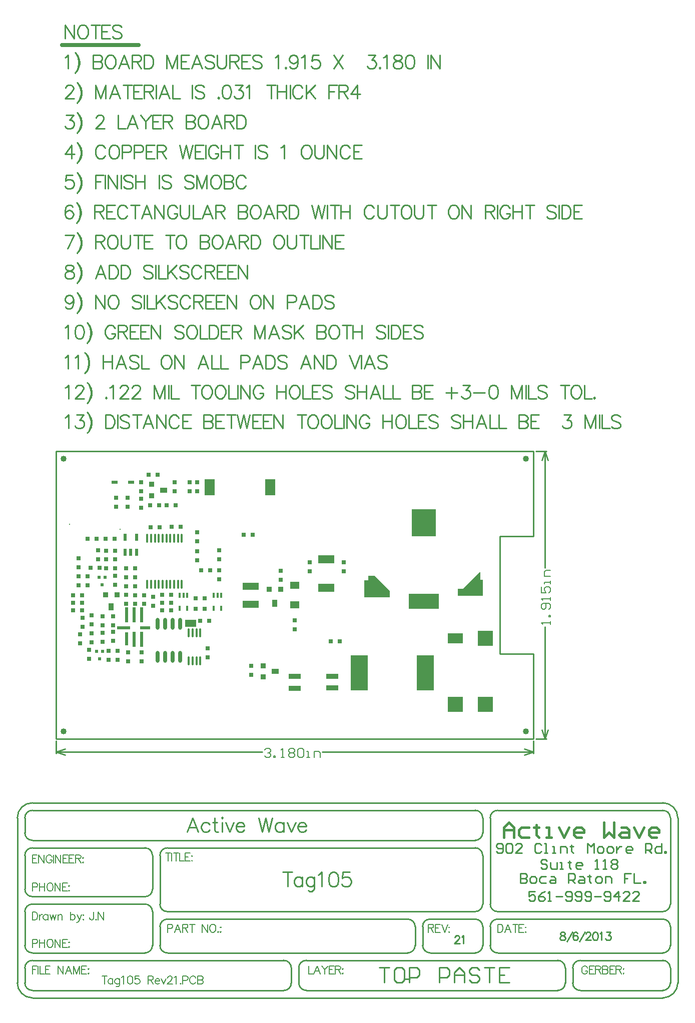
<source format=gtp>
%FSLAX25Y25*%
%MOIN*%
G70*
G01*
G75*
G04 Layer_Color=8421504*
%ADD10R,0.11024X0.05512*%
%ADD11R,0.01378X0.03543*%
%ADD12R,0.01378X0.03543*%
%ADD13R,0.11811X0.23622*%
%ADD14R,0.03000X0.03000*%
%ADD15R,0.05000X0.03600*%
%ADD16R,0.03600X0.03600*%
%ADD17R,0.11000X0.04500*%
%ADD18R,0.03600X0.03600*%
%ADD19R,0.03600X0.05000*%
%ADD20R,0.02000X0.05000*%
%ADD21O,0.01600X0.06000*%
%ADD22R,0.02362X0.02362*%
%ADD23R,0.06299X0.05118*%
%ADD24O,0.01600X0.06000*%
%ADD25R,0.09000X0.02362*%
%ADD26R,0.02362X0.10000*%
%ADD27R,0.07000X0.02362*%
%ADD28R,0.02362X0.09000*%
%ADD29O,0.02400X0.08000*%
%ADD30R,0.10000X0.07000*%
%ADD31R,0.10000X0.10000*%
%ADD32C,0.02000*%
%ADD33R,0.20000X0.10000*%
%ADD34R,0.16000X0.18000*%
%ADD35C,0.01200*%
%ADD36R,0.07000X0.11000*%
%ADD37R,0.03000X0.03000*%
%ADD38R,0.03937X0.02165*%
%ADD39C,0.04000*%
%ADD40R,0.07400X0.04500*%
%ADD41R,0.08000X0.03500*%
%ADD42C,0.01500*%
%ADD43C,0.01000*%
%ADD44C,0.04000*%
%ADD45C,0.02500*%
%ADD46C,0.00600*%
%ADD47C,0.01600*%
%ADD48C,0.01400*%
%ADD49C,0.00800*%
%ADD50C,0.02000*%
%ADD51C,0.03000*%
%ADD52C,0.07400*%
%ADD53C,0.01200*%
%ADD54C,0.00900*%
%ADD55C,0.00500*%
%ADD56C,0.06200*%
%ADD57R,0.06200X0.06200*%
%ADD58C,0.19500*%
%ADD59C,0.07000*%
%ADD60C,0.07800*%
%ADD61C,0.12200*%
%ADD62R,0.05000X0.05000*%
%ADD63C,0.02800*%
%ADD64R,0.07000X0.07000*%
%ADD65C,0.00984*%
%ADD66C,0.05500*%
%ADD67C,0.00400*%
%ADD68C,0.00600*%
G36*
X217253Y93412D02*
Y89312D01*
X200354D01*
Y100612D01*
X203053D01*
Y103512D01*
X207154D01*
X217253Y93412D01*
D02*
G37*
G36*
X277654Y100912D02*
X279254D01*
Y90312D01*
X262754D01*
Y95012D01*
X265854D01*
X276853Y106012D01*
X277654D01*
Y100912D01*
D02*
G37*
D10*
X175000Y114449D02*
D03*
Y95551D02*
D03*
D11*
X82459Y90431D02*
D03*
X105159D02*
D03*
D12*
X82459Y81769D02*
D03*
X77341D02*
D03*
X79900Y90431D02*
D03*
X77341D02*
D03*
X100041D02*
D03*
X102600D02*
D03*
X100041Y81769D02*
D03*
X105159D02*
D03*
D13*
X196953Y39000D02*
D03*
X241047D02*
D03*
D14*
X125000Y37500D02*
D03*
Y43500D02*
D03*
X34900Y149559D02*
D03*
Y155559D02*
D03*
X26100Y65500D02*
D03*
Y59500D02*
D03*
X103600Y101100D02*
D03*
Y107100D02*
D03*
X47600Y102600D02*
D03*
Y96600D02*
D03*
X154000Y74000D02*
D03*
Y68000D02*
D03*
X15900Y97200D02*
D03*
Y103200D02*
D03*
X103500Y120600D02*
D03*
Y114600D02*
D03*
X9900Y115200D02*
D03*
Y109200D02*
D03*
Y103200D02*
D03*
Y97200D02*
D03*
X11100Y64694D02*
D03*
Y58694D02*
D03*
X33100Y76600D02*
D03*
Y70600D02*
D03*
X144500Y101000D02*
D03*
Y107000D02*
D03*
X41600Y96600D02*
D03*
Y102600D02*
D03*
X186500Y106500D02*
D03*
Y112500D02*
D03*
X164000D02*
D03*
Y106500D02*
D03*
X96087Y49300D02*
D03*
Y55300D02*
D03*
X34200Y97500D02*
D03*
Y103500D02*
D03*
X22900Y114700D02*
D03*
Y120700D02*
D03*
X89000Y114000D02*
D03*
Y120000D02*
D03*
X17100Y48100D02*
D03*
Y54100D02*
D03*
X52041Y46659D02*
D03*
Y52659D02*
D03*
X89000Y126500D02*
D03*
Y132500D02*
D03*
X43041Y46659D02*
D03*
Y52659D02*
D03*
X33000Y60100D02*
D03*
Y66100D02*
D03*
X18500Y59100D02*
D03*
Y65100D02*
D03*
X18600Y71100D02*
D03*
Y77100D02*
D03*
X51500Y160000D02*
D03*
Y166000D02*
D03*
X74000Y160000D02*
D03*
Y166000D02*
D03*
X84000Y160000D02*
D03*
Y166000D02*
D03*
X89000Y160000D02*
D03*
Y166000D02*
D03*
X41600Y84800D02*
D03*
Y90800D02*
D03*
X59600Y83600D02*
D03*
Y89600D02*
D03*
X12500Y75500D02*
D03*
Y69500D02*
D03*
X26100Y76600D02*
D03*
Y70600D02*
D03*
X42500Y155500D02*
D03*
Y149500D02*
D03*
X51500Y149000D02*
D03*
Y155000D02*
D03*
D15*
X66500Y160700D02*
D03*
X140900Y39900D02*
D03*
D16*
X58500Y157000D02*
D03*
Y164500D02*
D03*
X132900Y43700D02*
D03*
Y36200D02*
D03*
D17*
X124500Y84500D02*
D03*
Y96500D02*
D03*
D18*
X144500Y94500D02*
D03*
X137020D02*
D03*
X28100Y90800D02*
D03*
X35600D02*
D03*
D19*
X140760Y85051D02*
D03*
X31800Y82800D02*
D03*
D20*
X48600Y119100D02*
D03*
X44800D02*
D03*
X48600Y129100D02*
D03*
X41100D02*
D03*
Y119100D02*
D03*
D21*
X60887Y97891D02*
D03*
X71123D02*
D03*
X58328Y128600D02*
D03*
X60887D02*
D03*
X76241D02*
D03*
X66005D02*
D03*
X58328Y97891D02*
D03*
X55769Y128600D02*
D03*
X78800D02*
D03*
X76241Y97891D02*
D03*
X73682D02*
D03*
X71123Y128600D02*
D03*
X68564Y97891D02*
D03*
X66005D02*
D03*
X73682Y128600D02*
D03*
X63446D02*
D03*
X78800Y97891D02*
D03*
X68564Y128600D02*
D03*
X63446Y97891D02*
D03*
X55769D02*
D03*
D22*
X22100Y53300D02*
D03*
X26037D02*
D03*
X24069Y48182D02*
D03*
X25668Y97382D02*
D03*
X27637Y102500D02*
D03*
X23700D02*
D03*
D23*
X154015Y84204D02*
D03*
Y97196D02*
D03*
D24*
X85982Y65400D02*
D03*
X91100Y46715D02*
D03*
X88541Y65400D02*
D03*
X91100D02*
D03*
X83423Y46715D02*
D03*
X88541D02*
D03*
X85982D02*
D03*
X83423Y65400D02*
D03*
D25*
X40107Y69032D02*
D03*
D26*
X42100Y77400D02*
D03*
X47100D02*
D03*
X52000Y77500D02*
D03*
X52100Y61194D02*
D03*
X47100D02*
D03*
D27*
X54307Y69032D02*
D03*
D28*
X42100Y61694D02*
D03*
D29*
X77800Y49500D02*
D03*
X67800Y71500D02*
D03*
X77800D02*
D03*
X72800D02*
D03*
X62800D02*
D03*
X72800Y49500D02*
D03*
X67800D02*
D03*
X62800D02*
D03*
D30*
X261000Y62000D02*
D03*
D31*
Y18000D02*
D03*
X281000D02*
D03*
Y62000D02*
D03*
D32*
X208353Y94512D02*
D03*
X271354Y95012D02*
D03*
D33*
X239854Y86512D02*
D03*
D34*
Y138900D02*
D03*
D35*
X37600Y134500D02*
D03*
X3900Y137800D02*
D03*
D36*
X137700Y162500D02*
D03*
X97300D02*
D03*
D37*
X71500Y91000D02*
D03*
X65500D02*
D03*
X56500Y171000D02*
D03*
X62500D02*
D03*
X74500Y150500D02*
D03*
X68500D02*
D03*
X63500D02*
D03*
X57500D02*
D03*
X41600Y108600D02*
D03*
X47600D02*
D03*
X184000Y60000D02*
D03*
X178000D02*
D03*
X47600Y90600D02*
D03*
X53600D02*
D03*
X21900Y128100D02*
D03*
X15900D02*
D03*
X34200Y120300D02*
D03*
X28200D02*
D03*
X34200Y114500D02*
D03*
X28200D02*
D03*
X29900Y53400D02*
D03*
X35900D02*
D03*
X28200Y108500D02*
D03*
X34200D02*
D03*
X71500Y80500D02*
D03*
X65500D02*
D03*
X6400Y90400D02*
D03*
X12400D02*
D03*
X71500Y85500D02*
D03*
X65500D02*
D03*
X36041Y47659D02*
D03*
X30041D02*
D03*
X18000Y108800D02*
D03*
X24000D02*
D03*
X120000Y131000D02*
D03*
X126000D02*
D03*
X97600Y107100D02*
D03*
X91600D02*
D03*
X72100Y136100D02*
D03*
X78100D02*
D03*
X58000Y136000D02*
D03*
X64000D02*
D03*
X97000Y73500D02*
D03*
X91000D02*
D03*
X28100Y128100D02*
D03*
X34100D02*
D03*
X53500Y85000D02*
D03*
X47500D02*
D03*
X88000Y88500D02*
D03*
X94000D02*
D03*
X88000Y81500D02*
D03*
X94000D02*
D03*
X6400Y80500D02*
D03*
X12400D02*
D03*
X6400Y85500D02*
D03*
X12400D02*
D03*
D38*
X44894Y166000D02*
D03*
X34106D02*
D03*
D39*
X0Y0D02*
D03*
X308000Y181500D02*
D03*
X0D02*
D03*
X308000Y0D02*
D03*
D40*
X84600Y71800D02*
D03*
D41*
X179000Y28750D02*
D03*
Y36450D02*
D03*
X154000Y28550D02*
D03*
Y36450D02*
D03*
D42*
X293352Y-70690D02*
Y-64025D01*
X296685Y-60693D01*
X300017Y-64025D01*
Y-70690D01*
Y-65691D01*
X293352D01*
X310014Y-64025D02*
X305015D01*
X303349Y-65691D01*
Y-69024D01*
X305015Y-70690D01*
X310014D01*
X315012Y-62359D02*
Y-64025D01*
X313346D01*
X316678D01*
X315012D01*
Y-69024D01*
X316678Y-70690D01*
X321676D02*
X325009D01*
X323342D01*
Y-64025D01*
X321676D01*
X330007D02*
X333339Y-70690D01*
X336672Y-64025D01*
X345002Y-70690D02*
X341670D01*
X340004Y-69024D01*
Y-65691D01*
X341670Y-64025D01*
X345002D01*
X346668Y-65691D01*
Y-67357D01*
X340004D01*
X359997Y-60693D02*
Y-70690D01*
X363330Y-67357D01*
X366662Y-70690D01*
Y-60693D01*
X371660Y-64025D02*
X374992D01*
X376659Y-65691D01*
Y-70690D01*
X371660D01*
X369994Y-69024D01*
X371660Y-67357D01*
X376659D01*
X379991Y-64025D02*
X383323Y-70690D01*
X386655Y-64025D01*
X394986Y-70690D02*
X391654D01*
X389988Y-69024D01*
Y-65691D01*
X391654Y-64025D01*
X394986D01*
X396652Y-65691D01*
Y-67357D01*
X389988D01*
D43*
X210261Y-157470D02*
X216925D01*
X213593D01*
Y-167467D01*
X225256Y-157470D02*
X221923D01*
X220257Y-159136D01*
Y-165801D01*
X221923Y-167467D01*
X225256D01*
X226922Y-165801D01*
Y-159136D01*
X225256Y-157470D01*
X230254Y-167467D02*
Y-157470D01*
X235253D01*
X236919Y-159136D01*
Y-162469D01*
X235253Y-164135D01*
X230254D01*
X250248Y-167467D02*
Y-157470D01*
X255246D01*
X256912Y-159136D01*
Y-162469D01*
X255246Y-164135D01*
X250248D01*
X260244Y-167467D02*
Y-160802D01*
X263577Y-157470D01*
X266909Y-160802D01*
Y-167467D01*
Y-162469D01*
X260244D01*
X276906Y-159136D02*
X275240Y-157470D01*
X271907D01*
X270241Y-159136D01*
Y-160802D01*
X271907Y-162469D01*
X275240D01*
X276906Y-164135D01*
Y-165801D01*
X275240Y-167467D01*
X271907D01*
X270241Y-165801D01*
X280238Y-157470D02*
X286902D01*
X283570D01*
Y-167467D01*
X296899Y-157470D02*
X290235D01*
Y-167467D01*
X296899D01*
X290235Y-162469D02*
X293567D01*
X313000Y-14900D02*
Y-6500D01*
X-5000Y-14900D02*
Y-6500D01*
X172494Y-13900D02*
X313000D01*
X-5000D02*
X132306D01*
X307000Y-11900D02*
X313000Y-13900D01*
X307000Y-15900D02*
X313000Y-13900D01*
X-5000D02*
X1000Y-15900D01*
X-5000Y-13900D02*
X1000Y-11900D01*
X314500Y186500D02*
X321600D01*
X314500Y-5000D02*
X321600D01*
X320600Y108744D02*
Y186500D01*
Y-5000D02*
Y69556D01*
X318600Y180500D02*
X320600Y186500D01*
X322600Y180500D01*
X320600Y-5000D02*
X322600Y1000D01*
X318600D02*
X320600Y-5000D01*
X226755Y-164965D02*
X230692D01*
X-5000Y186500D02*
X313000D01*
Y130000D02*
Y186500D01*
X290500Y51400D02*
Y130000D01*
X313000Y-5000D02*
Y51400D01*
X-5000Y-5000D02*
Y186500D01*
X290500Y51400D02*
X313000D01*
X290500Y130000D02*
X313000D01*
X-5000Y-5000D02*
X313000D01*
X404192Y-130118D02*
G03*
X399292Y-125218I-4900J0D01*
G01*
X289192D02*
G03*
X284192Y-130218I0J-5000D01*
G01*
X399192Y-120218D02*
G03*
X404192Y-115218I0J5000D01*
G01*
X284192D02*
G03*
X289192Y-120218I5000J0D01*
G01*
X-20808Y-47718D02*
G03*
X-30808Y-57718I0J-10000D01*
G01*
Y-167618D02*
G03*
X-20884Y-177716I10100J0D01*
G01*
X399192Y-177718D02*
G03*
X409192Y-167718I0J10000D01*
G01*
Y-57718D02*
G03*
X399192Y-47718I-10000J0D01*
G01*
X404192Y-57618D02*
G03*
X399121Y-52721I-4900J0D01*
G01*
X399192Y-147718D02*
G03*
X404192Y-142718I0J5000D01*
G01*
X404192Y-157630D02*
G03*
X399192Y-152717I-5000J-87D01*
G01*
Y-172718D02*
G03*
X404192Y-167718I0J5000D01*
G01*
X274192Y-147718D02*
G03*
X279192Y-142718I0J5000D01*
G01*
X284192Y-142818D02*
G03*
X289177Y-147717I4900J0D01*
G01*
X279192Y-130118D02*
G03*
X274292Y-125218I-4900J0D01*
G01*
X-25808Y-167718D02*
G03*
X-20895Y-172717I5000J0D01*
G01*
X274279Y-120218D02*
G03*
X279193Y-115218I-87J5000D01*
G01*
X-20808Y-152718D02*
G03*
X-25808Y-157718I0J-5000D01*
G01*
X279192Y-82718D02*
G03*
X274192Y-77718I-5000J0D01*
G01*
Y-72718D02*
G03*
X279192Y-67718I0J5000D01*
G01*
X289192Y-52718D02*
G03*
X284192Y-57718I0J-5000D01*
G01*
X279192D02*
G03*
X274192Y-52718I-5000J0D01*
G01*
X-20808D02*
G03*
X-25808Y-57718I0J-5000D01*
G01*
Y-67718D02*
G03*
X-20808Y-72718I5000J0D01*
G01*
Y-77718D02*
G03*
X-25808Y-82718I0J-5000D01*
G01*
Y-105218D02*
G03*
X-20808Y-110218I5000J0D01*
G01*
Y-115218D02*
G03*
X-25808Y-120218I0J-5000D01*
G01*
Y-142718D02*
G03*
X-20895Y-147717I5000J0D01*
G01*
X69192Y-77718D02*
G03*
X64192Y-82718I0J-5000D01*
G01*
X69192Y-125218D02*
G03*
X64192Y-130218I0J-5000D01*
G01*
X243992Y-125218D02*
G03*
X239199Y-130269I0J-4800D01*
G01*
X239192Y-142618D02*
G03*
X244203Y-147717I5100J0D01*
G01*
X229292Y-147718D02*
G03*
X234191Y-142732I0J4900D01*
G01*
X234192Y-130118D02*
G03*
X229292Y-125218I-4900J0D01*
G01*
X54292Y-147718D02*
G03*
X59192Y-142818I0J4900D01*
G01*
X64192D02*
G03*
X69092Y-147718I4900J0D01*
G01*
X64192Y-115318D02*
G03*
X69092Y-120218I4900J0D01*
G01*
X59192Y-120118D02*
G03*
X54121Y-115221I-4900J0D01*
G01*
X54392Y-110218D02*
G03*
X59192Y-105418I0J4800D01*
G01*
Y-82618D02*
G03*
X54292Y-77718I-4900J0D01*
G01*
X344192Y-152718D02*
G03*
X339192Y-157718I0J-5000D01*
G01*
Y-167818D02*
G03*
X344178Y-172717I4900J0D01*
G01*
X329308Y-172718D02*
G03*
X334190Y-167750I84J4800D01*
G01*
X334192Y-157718D02*
G03*
X329192Y-152718I-5000J0D01*
G01*
X156692Y-167718D02*
G03*
X161605Y-172717I5000J0D01*
G01*
X161692Y-152718D02*
G03*
X156692Y-157718I0J-5000D01*
G01*
X146808Y-172718D02*
G03*
X151690Y-167750I84J4800D01*
G01*
X151692Y-157718D02*
G03*
X146692Y-152718I-5000J0D01*
G01*
X404192Y-142718D02*
Y-130118D01*
X284192Y-142718D02*
Y-130218D01*
X404192Y-115218D02*
Y-57718D01*
X284192Y-115218D02*
Y-57718D01*
X-30808Y-167718D02*
Y-57718D01*
X-25808Y-167718D02*
Y-157718D01*
X404192Y-167718D02*
Y-157718D01*
X279192Y-142718D02*
Y-130218D01*
X239192Y-142718D02*
Y-130218D01*
X64192Y-142718D02*
Y-130218D01*
X234192Y-142718D02*
Y-130218D01*
X64192Y-115218D02*
Y-82718D01*
X279192Y-115218D02*
Y-82718D01*
Y-67718D02*
Y-57718D01*
X-25808Y-67718D02*
Y-57718D01*
X59192Y-105218D02*
Y-82718D01*
X-25808Y-105218D02*
Y-82718D01*
X59192Y-142718D02*
Y-120218D01*
X-25808Y-142718D02*
Y-120218D01*
X409192Y-167718D02*
Y-57718D01*
X339192Y-167718D02*
Y-157718D01*
X334192Y-167718D02*
Y-157718D01*
X156692Y-167718D02*
Y-157718D01*
X151692Y-167718D02*
Y-157718D01*
X289192Y-125218D02*
X399192D01*
X289192Y-120218D02*
X399192D01*
X69192D02*
X274192D01*
X289192Y-52718D02*
X399192D01*
X289192Y-147718D02*
X399192D01*
X244192Y-125218D02*
X274192D01*
X244192Y-147718D02*
X274192D01*
X69192D02*
X229192D01*
X69192Y-125218D02*
X229192D01*
X69192Y-77718D02*
X274192D01*
X-20808Y-72718D02*
X274192D01*
X-20808Y-77718D02*
X54192D01*
X-20808Y-110218D02*
X54192D01*
X-20808Y-115218D02*
X54192D01*
X-20808Y-147718D02*
X54192D01*
X-20808Y-47718D02*
X399192D01*
X-20808Y-177718D02*
X399192D01*
X-20808Y-52718D02*
X274192D01*
X344192Y-152718D02*
X399192D01*
X344192Y-172718D02*
X399192D01*
X161692Y-152718D02*
X329192D01*
X-20808D02*
X146692D01*
X-20808Y-172718D02*
X146692D01*
X161692D02*
X329192D01*
X322117Y-86358D02*
X321051Y-85292D01*
X318919D01*
X317852Y-86358D01*
Y-87424D01*
X318919Y-88491D01*
X321051D01*
X322117Y-89557D01*
Y-90623D01*
X321051Y-91690D01*
X318919D01*
X317852Y-90623D01*
X324250Y-87424D02*
Y-90623D01*
X325317Y-91690D01*
X328516D01*
Y-87424D01*
X330648Y-91690D02*
X332781D01*
X331714D01*
Y-87424D01*
X330648D01*
X337046Y-86358D02*
Y-87424D01*
X335980D01*
X338112D01*
X337046D01*
Y-90623D01*
X338112Y-91690D01*
X344510D02*
X342378D01*
X341311Y-90623D01*
Y-88491D01*
X342378Y-87424D01*
X344510D01*
X345577Y-88491D01*
Y-89557D01*
X341311D01*
X354107Y-91690D02*
X356240D01*
X355173D01*
Y-85292D01*
X354107Y-86358D01*
X359439Y-91690D02*
X361571D01*
X360505D01*
Y-85292D01*
X359439Y-86358D01*
X364770D02*
X365837Y-85292D01*
X367969D01*
X369036Y-86358D01*
Y-87424D01*
X367969Y-88491D01*
X369036Y-89557D01*
Y-90623D01*
X367969Y-91690D01*
X365837D01*
X364770Y-90623D01*
Y-89557D01*
X365837Y-88491D01*
X364770Y-87424D01*
Y-86358D01*
X365837Y-88491D02*
X367969D01*
X314118Y-106792D02*
X309852D01*
Y-109991D01*
X311985Y-108924D01*
X313051D01*
X314118Y-109991D01*
Y-112123D01*
X313051Y-113190D01*
X310919D01*
X309852Y-112123D01*
X320515Y-106792D02*
X318383Y-107858D01*
X316250Y-109991D01*
Y-112123D01*
X317317Y-113190D01*
X319449D01*
X320515Y-112123D01*
Y-111057D01*
X319449Y-109991D01*
X316250D01*
X322648Y-113190D02*
X324781D01*
X323714D01*
Y-106792D01*
X322648Y-107858D01*
X327980Y-109991D02*
X332245D01*
X334378Y-112123D02*
X335444Y-113190D01*
X337577D01*
X338643Y-112123D01*
Y-107858D01*
X337577Y-106792D01*
X335444D01*
X334378Y-107858D01*
Y-108924D01*
X335444Y-109991D01*
X338643D01*
X340776Y-112123D02*
X341842Y-113190D01*
X343974D01*
X345041Y-112123D01*
Y-107858D01*
X343974Y-106792D01*
X341842D01*
X340776Y-107858D01*
Y-108924D01*
X341842Y-109991D01*
X345041D01*
X347174Y-112123D02*
X348240Y-113190D01*
X350373D01*
X351439Y-112123D01*
Y-107858D01*
X350373Y-106792D01*
X348240D01*
X347174Y-107858D01*
Y-108924D01*
X348240Y-109991D01*
X351439D01*
X353571D02*
X357837D01*
X359969Y-112123D02*
X361036Y-113190D01*
X363168D01*
X364235Y-112123D01*
Y-107858D01*
X363168Y-106792D01*
X361036D01*
X359969Y-107858D01*
Y-108924D01*
X361036Y-109991D01*
X364235D01*
X369566Y-113190D02*
Y-106792D01*
X366367Y-109991D01*
X370633D01*
X377030Y-113190D02*
X372765D01*
X377030Y-108924D01*
Y-107858D01*
X375964Y-106792D01*
X373832D01*
X372765Y-107858D01*
X383428Y-113190D02*
X379163D01*
X383428Y-108924D01*
Y-107858D01*
X382362Y-106792D01*
X380229D01*
X379163Y-107858D01*
X288352Y-80123D02*
X289419Y-81190D01*
X291551D01*
X292618Y-80123D01*
Y-75858D01*
X291551Y-74792D01*
X289419D01*
X288352Y-75858D01*
Y-76925D01*
X289419Y-77991D01*
X292618D01*
X294750Y-75858D02*
X295816Y-74792D01*
X297949D01*
X299015Y-75858D01*
Y-80123D01*
X297949Y-81190D01*
X295816D01*
X294750Y-80123D01*
Y-75858D01*
X305413Y-81190D02*
X301148D01*
X305413Y-76925D01*
Y-75858D01*
X304347Y-74792D01*
X302214D01*
X301148Y-75858D01*
X318209D02*
X317143Y-74792D01*
X315010D01*
X313944Y-75858D01*
Y-80123D01*
X315010Y-81190D01*
X317143D01*
X318209Y-80123D01*
X320342Y-81190D02*
X322475D01*
X321408D01*
Y-74792D01*
X320342D01*
X325674Y-81190D02*
X327806D01*
X326740D01*
Y-76925D01*
X325674D01*
X331005Y-81190D02*
Y-76925D01*
X334204D01*
X335270Y-77991D01*
Y-81190D01*
X338469Y-75858D02*
Y-76925D01*
X337403D01*
X339536D01*
X338469D01*
Y-80123D01*
X339536Y-81190D01*
X349133D02*
Y-74792D01*
X351265Y-76925D01*
X353398Y-74792D01*
Y-81190D01*
X356597D02*
X358730D01*
X359796Y-80123D01*
Y-77991D01*
X358730Y-76925D01*
X356597D01*
X355531Y-77991D01*
Y-80123D01*
X356597Y-81190D01*
X362995D02*
X365127D01*
X366194Y-80123D01*
Y-77991D01*
X365127Y-76925D01*
X362995D01*
X361928Y-77991D01*
Y-80123D01*
X362995Y-81190D01*
X368326Y-76925D02*
Y-81190D01*
Y-79057D01*
X369393Y-77991D01*
X370459Y-76925D01*
X371525D01*
X377923Y-81190D02*
X375791D01*
X374724Y-80123D01*
Y-77991D01*
X375791Y-76925D01*
X377923D01*
X378990Y-77991D01*
Y-79057D01*
X374724D01*
X387520Y-81190D02*
Y-74792D01*
X390719D01*
X391785Y-75858D01*
Y-77991D01*
X390719Y-79057D01*
X387520D01*
X389653D02*
X391785Y-81190D01*
X398183Y-74792D02*
Y-81190D01*
X394984D01*
X393918Y-80123D01*
Y-77991D01*
X394984Y-76925D01*
X398183D01*
X400316Y-81190D02*
Y-80123D01*
X401382D01*
Y-81190D01*
X400316D01*
X304352Y-94792D02*
Y-101190D01*
X307551D01*
X308617Y-100123D01*
Y-99057D01*
X307551Y-97991D01*
X304352D01*
X307551D01*
X308617Y-96925D01*
Y-95858D01*
X307551Y-94792D01*
X304352D01*
X311817Y-101190D02*
X313949D01*
X315016Y-100123D01*
Y-97991D01*
X313949Y-96925D01*
X311817D01*
X310750Y-97991D01*
Y-100123D01*
X311817Y-101190D01*
X321413Y-96925D02*
X318214D01*
X317148Y-97991D01*
Y-100123D01*
X318214Y-101190D01*
X321413D01*
X324612Y-96925D02*
X326745D01*
X327811Y-97991D01*
Y-101190D01*
X324612D01*
X323546Y-100123D01*
X324612Y-99057D01*
X327811D01*
X336342Y-101190D02*
Y-94792D01*
X339541D01*
X340607Y-95858D01*
Y-97991D01*
X339541Y-99057D01*
X336342D01*
X338474D02*
X340607Y-101190D01*
X343806Y-96925D02*
X345939D01*
X347005Y-97991D01*
Y-101190D01*
X343806D01*
X342740Y-100123D01*
X343806Y-99057D01*
X347005D01*
X350204Y-95858D02*
Y-96925D01*
X349138D01*
X351270D01*
X350204D01*
Y-100123D01*
X351270Y-101190D01*
X355536D02*
X357668D01*
X358735Y-100123D01*
Y-97991D01*
X357668Y-96925D01*
X355536D01*
X354469Y-97991D01*
Y-100123D01*
X355536Y-101190D01*
X360867D02*
Y-96925D01*
X364066D01*
X365133Y-97991D01*
Y-101190D01*
X377928Y-94792D02*
X373663D01*
Y-97991D01*
X375796D01*
X373663D01*
Y-101190D01*
X380061Y-94792D02*
Y-101190D01*
X384326D01*
X386459D02*
Y-100123D01*
X387525D01*
Y-101190D01*
X386459D01*
X1060Y228934D02*
X1917Y229363D01*
X3202Y230648D01*
Y221650D01*
X8087Y228506D02*
Y228934D01*
X8515Y229791D01*
X8944Y230220D01*
X9801Y230648D01*
X11514D01*
X12371Y230220D01*
X12800Y229791D01*
X13228Y228934D01*
Y228077D01*
X12800Y227220D01*
X11943Y225935D01*
X7658Y221650D01*
X13657D01*
X15671Y232362D02*
X16528Y231505D01*
X17385Y230220D01*
X18242Y228506D01*
X18670Y226363D01*
Y224649D01*
X18242Y222507D01*
X17385Y220793D01*
X16528Y219508D01*
X15671Y218651D01*
X16528Y231505D02*
X17385Y229791D01*
X17813Y228506D01*
X18242Y226363D01*
Y224649D01*
X17813Y222507D01*
X17385Y221221D01*
X16528Y219508D01*
X28354Y222507D02*
X27925Y222078D01*
X28354Y221650D01*
X28782Y222078D01*
X28354Y222507D01*
X30753Y228934D02*
X31610Y229363D01*
X32896Y230648D01*
Y221650D01*
X37780Y228506D02*
Y228934D01*
X38209Y229791D01*
X38637Y230220D01*
X39494Y230648D01*
X41208D01*
X42065Y230220D01*
X42494Y229791D01*
X42922Y228934D01*
Y228077D01*
X42494Y227220D01*
X41637Y225935D01*
X37352Y221650D01*
X43351D01*
X45793Y228506D02*
Y228934D01*
X46221Y229791D01*
X46650Y230220D01*
X47507Y230648D01*
X49221D01*
X50078Y230220D01*
X50506Y229791D01*
X50935Y228934D01*
Y228077D01*
X50506Y227220D01*
X49649Y225935D01*
X45364Y221650D01*
X51363D01*
X60447Y230648D02*
Y221650D01*
Y230648D02*
X63875Y221650D01*
X67303Y230648D02*
X63875Y221650D01*
X67303Y230648D02*
Y221650D01*
X69873Y230648D02*
Y221650D01*
X71759Y230648D02*
Y221650D01*
X76901D01*
X87955Y230648D02*
Y221650D01*
X84956Y230648D02*
X90955D01*
X94597D02*
X93740Y230220D01*
X92883Y229363D01*
X92454Y228506D01*
X92026Y227220D01*
Y225078D01*
X92454Y223792D01*
X92883Y222935D01*
X93740Y222078D01*
X94597Y221650D01*
X96311D01*
X97168Y222078D01*
X98025Y222935D01*
X98453Y223792D01*
X98882Y225078D01*
Y227220D01*
X98453Y228506D01*
X98025Y229363D01*
X97168Y230220D01*
X96311Y230648D01*
X94597D01*
X103552D02*
X102695Y230220D01*
X101838Y229363D01*
X101410Y228506D01*
X100981Y227220D01*
Y225078D01*
X101410Y223792D01*
X101838Y222935D01*
X102695Y222078D01*
X103552Y221650D01*
X105266D01*
X106123Y222078D01*
X106980Y222935D01*
X107408Y223792D01*
X107837Y225078D01*
Y227220D01*
X107408Y228506D01*
X106980Y229363D01*
X106123Y230220D01*
X105266Y230648D01*
X103552D01*
X109936D02*
Y221650D01*
X115078D01*
X116064Y230648D02*
Y221650D01*
X117949Y230648D02*
Y221650D01*
Y230648D02*
X123948Y221650D01*
Y230648D02*
Y221650D01*
X132860Y228506D02*
X132431Y229363D01*
X131574Y230220D01*
X130718Y230648D01*
X129004D01*
X128147Y230220D01*
X127290Y229363D01*
X126861Y228506D01*
X126433Y227220D01*
Y225078D01*
X126861Y223792D01*
X127290Y222935D01*
X128147Y222078D01*
X129004Y221650D01*
X130718D01*
X131574Y222078D01*
X132431Y222935D01*
X132860Y223792D01*
Y225078D01*
X130718D02*
X132860D01*
X141987Y230648D02*
Y221650D01*
X147985Y230648D02*
Y221650D01*
X141987Y226363D02*
X147985D01*
X153041Y230648D02*
X152184Y230220D01*
X151327Y229363D01*
X150899Y228506D01*
X150470Y227220D01*
Y225078D01*
X150899Y223792D01*
X151327Y222935D01*
X152184Y222078D01*
X153041Y221650D01*
X154755D01*
X155612Y222078D01*
X156469Y222935D01*
X156898Y223792D01*
X157326Y225078D01*
Y227220D01*
X156898Y228506D01*
X156469Y229363D01*
X155612Y230220D01*
X154755Y230648D01*
X153041D01*
X159426D02*
Y221650D01*
X164567D01*
X171123Y230648D02*
X165553D01*
Y221650D01*
X171123D01*
X165553Y226363D02*
X168981D01*
X178622Y229363D02*
X177765Y230220D01*
X176479Y230648D01*
X174765D01*
X173480Y230220D01*
X172623Y229363D01*
Y228506D01*
X173051Y227649D01*
X173480Y227220D01*
X174337Y226792D01*
X176908Y225935D01*
X177765Y225506D01*
X178193Y225078D01*
X178622Y224221D01*
Y222935D01*
X177765Y222078D01*
X176479Y221650D01*
X174765D01*
X173480Y222078D01*
X172623Y222935D01*
X193704Y229363D02*
X192847Y230220D01*
X191562Y230648D01*
X189848D01*
X188562Y230220D01*
X187705Y229363D01*
Y228506D01*
X188134Y227649D01*
X188562Y227220D01*
X189419Y226792D01*
X191990Y225935D01*
X192847Y225506D01*
X193276Y225078D01*
X193704Y224221D01*
Y222935D01*
X192847Y222078D01*
X191562Y221650D01*
X189848D01*
X188562Y222078D01*
X187705Y222935D01*
X195718Y230648D02*
Y221650D01*
X201717Y230648D02*
Y221650D01*
X195718Y226363D02*
X201717D01*
X211057Y221650D02*
X207630Y230648D01*
X204202Y221650D01*
X205487Y224649D02*
X209772D01*
X213157Y230648D02*
Y221650D01*
X218299D01*
X219284Y230648D02*
Y221650D01*
X224426D01*
X232482Y230648D02*
Y221650D01*
Y230648D02*
X236338D01*
X237623Y230220D01*
X238052Y229791D01*
X238480Y228934D01*
Y228077D01*
X238052Y227220D01*
X237623Y226792D01*
X236338Y226363D01*
X232482D02*
X236338D01*
X237623Y225935D01*
X238052Y225506D01*
X238480Y224649D01*
Y223364D01*
X238052Y222507D01*
X237623Y222078D01*
X236338Y221650D01*
X232482D01*
X246064Y230648D02*
X240494D01*
Y221650D01*
X246064D01*
X240494Y226363D02*
X243922D01*
X258490Y229363D02*
Y221650D01*
X254634Y225506D02*
X262347D01*
X265860Y230648D02*
X270573D01*
X268002Y227220D01*
X269288D01*
X270145Y226792D01*
X270573Y226363D01*
X271002Y225078D01*
Y224221D01*
X270573Y222935D01*
X269716Y222078D01*
X268431Y221650D01*
X267145D01*
X265860Y222078D01*
X265432Y222507D01*
X265003Y223364D01*
X273016Y225506D02*
X280728D01*
X285956Y230648D02*
X284670Y230220D01*
X283813Y228934D01*
X283385Y226792D01*
Y225506D01*
X283813Y223364D01*
X284670Y222078D01*
X285956Y221650D01*
X286813D01*
X288098Y222078D01*
X288955Y223364D01*
X289384Y225506D01*
Y226792D01*
X288955Y228934D01*
X288098Y230220D01*
X286813Y230648D01*
X285956D01*
X298467D02*
Y221650D01*
Y230648D02*
X301895Y221650D01*
X305323Y230648D02*
X301895Y221650D01*
X305323Y230648D02*
Y221650D01*
X307894Y230648D02*
Y221650D01*
X309779Y230648D02*
Y221650D01*
X314921D01*
X321905Y229363D02*
X321048Y230220D01*
X319763Y230648D01*
X318049D01*
X316763Y230220D01*
X315906Y229363D01*
Y228506D01*
X316335Y227649D01*
X316763Y227220D01*
X317620Y226792D01*
X320191Y225935D01*
X321048Y225506D01*
X321477Y225078D01*
X321905Y224221D01*
Y222935D01*
X321048Y222078D01*
X319763Y221650D01*
X318049D01*
X316763Y222078D01*
X315906Y222935D01*
X333988Y230648D02*
Y221650D01*
X330989Y230648D02*
X336988D01*
X340630D02*
X339773Y230220D01*
X338916Y229363D01*
X338487Y228506D01*
X338059Y227220D01*
Y225078D01*
X338487Y223792D01*
X338916Y222935D01*
X339773Y222078D01*
X340630Y221650D01*
X342344D01*
X343201Y222078D01*
X344057Y222935D01*
X344486Y223792D01*
X344915Y225078D01*
Y227220D01*
X344486Y228506D01*
X344057Y229363D01*
X343201Y230220D01*
X342344Y230648D01*
X340630D01*
X347014D02*
Y221650D01*
X352156D01*
X353570Y222507D02*
X353141Y222078D01*
X353570Y221650D01*
X353998Y222078D01*
X353570Y222507D01*
X960Y448834D02*
X1817Y449263D01*
X3102Y450548D01*
Y441550D01*
X7558Y452262D02*
X8415Y451405D01*
X9272Y450120D01*
X10129Y448406D01*
X10558Y446263D01*
Y444549D01*
X10129Y442407D01*
X9272Y440693D01*
X8415Y439408D01*
X7558Y438551D01*
X8415Y451405D02*
X9272Y449691D01*
X9701Y448406D01*
X10129Y446263D01*
Y444549D01*
X9701Y442407D01*
X9272Y441121D01*
X8415Y439408D01*
X19813Y450548D02*
Y441550D01*
Y450548D02*
X23669D01*
X24954Y450120D01*
X25383Y449691D01*
X25811Y448834D01*
Y447977D01*
X25383Y447120D01*
X24954Y446692D01*
X23669Y446263D01*
X19813D02*
X23669D01*
X24954Y445835D01*
X25383Y445406D01*
X25811Y444549D01*
Y443264D01*
X25383Y442407D01*
X24954Y441979D01*
X23669Y441550D01*
X19813D01*
X30396Y450548D02*
X29539Y450120D01*
X28682Y449263D01*
X28254Y448406D01*
X27825Y447120D01*
Y444978D01*
X28254Y443692D01*
X28682Y442835D01*
X29539Y441979D01*
X30396Y441550D01*
X32110D01*
X32967Y441979D01*
X33824Y442835D01*
X34253Y443692D01*
X34681Y444978D01*
Y447120D01*
X34253Y448406D01*
X33824Y449263D01*
X32967Y450120D01*
X32110Y450548D01*
X30396D01*
X43636Y441550D02*
X40208Y450548D01*
X36781Y441550D01*
X38066Y444549D02*
X42351D01*
X45736Y450548D02*
Y441550D01*
Y450548D02*
X49592D01*
X50877Y450120D01*
X51306Y449691D01*
X51734Y448834D01*
Y447977D01*
X51306Y447120D01*
X50877Y446692D01*
X49592Y446263D01*
X45736D01*
X48735D02*
X51734Y441550D01*
X53748Y450548D02*
Y441550D01*
Y450548D02*
X56748D01*
X58033Y450120D01*
X58890Y449263D01*
X59319Y448406D01*
X59747Y447120D01*
Y444978D01*
X59319Y443692D01*
X58890Y442835D01*
X58033Y441979D01*
X56748Y441550D01*
X53748D01*
X68831Y450548D02*
Y441550D01*
Y450548D02*
X72259Y441550D01*
X75686Y450548D02*
X72259Y441550D01*
X75686Y450548D02*
Y441550D01*
X83828Y450548D02*
X78257D01*
Y441550D01*
X83828D01*
X78257Y446263D02*
X81685D01*
X92183Y441550D02*
X88755Y450548D01*
X85327Y441550D01*
X86613Y444549D02*
X90898D01*
X100281Y449263D02*
X99424Y450120D01*
X98139Y450548D01*
X96425D01*
X95139Y450120D01*
X94282Y449263D01*
Y448406D01*
X94711Y447549D01*
X95139Y447120D01*
X95996Y446692D01*
X98567Y445835D01*
X99424Y445406D01*
X99853Y444978D01*
X100281Y444121D01*
Y442835D01*
X99424Y441979D01*
X98139Y441550D01*
X96425D01*
X95139Y441979D01*
X94282Y442835D01*
X102295Y450548D02*
Y444121D01*
X102724Y442835D01*
X103580Y441979D01*
X104866Y441550D01*
X105723D01*
X107008Y441979D01*
X107865Y442835D01*
X108294Y444121D01*
Y450548D01*
X110779D02*
Y441550D01*
Y450548D02*
X114635D01*
X115921Y450120D01*
X116349Y449691D01*
X116778Y448834D01*
Y447977D01*
X116349Y447120D01*
X115921Y446692D01*
X114635Y446263D01*
X110779D01*
X113778D02*
X116778Y441550D01*
X124362Y450548D02*
X118791D01*
Y441550D01*
X124362D01*
X118791Y446263D02*
X122219D01*
X131860Y449263D02*
X131003Y450120D01*
X129718Y450548D01*
X128004D01*
X126718Y450120D01*
X125861Y449263D01*
Y448406D01*
X126290Y447549D01*
X126718Y447120D01*
X127575Y446692D01*
X130146Y445835D01*
X131003Y445406D01*
X131432Y444978D01*
X131860Y444121D01*
Y442835D01*
X131003Y441979D01*
X129718Y441550D01*
X128004D01*
X126718Y441979D01*
X125861Y442835D01*
X140944Y448834D02*
X141801Y449263D01*
X143086Y450548D01*
Y441550D01*
X147971Y442407D02*
X147543Y441979D01*
X147971Y441550D01*
X148399Y441979D01*
X147971Y442407D01*
X155941Y447549D02*
X155512Y446263D01*
X154655Y445406D01*
X153370Y444978D01*
X152941D01*
X151656Y445406D01*
X150799Y446263D01*
X150370Y447549D01*
Y447977D01*
X150799Y449263D01*
X151656Y450120D01*
X152941Y450548D01*
X153370D01*
X154655Y450120D01*
X155512Y449263D01*
X155941Y447549D01*
Y445406D01*
X155512Y443264D01*
X154655Y441979D01*
X153370Y441550D01*
X152513D01*
X151227Y441979D01*
X150799Y442835D01*
X158383Y448834D02*
X159240Y449263D01*
X160525Y450548D01*
Y441550D01*
X170123Y450548D02*
X165839D01*
X165410Y446692D01*
X165839Y447120D01*
X167124Y447549D01*
X168409D01*
X169695Y447120D01*
X170552Y446263D01*
X170980Y444978D01*
Y444121D01*
X170552Y442835D01*
X169695Y441979D01*
X168409Y441550D01*
X167124D01*
X165839Y441979D01*
X165410Y442407D01*
X164982Y443264D01*
X180064Y450548D02*
X186063Y441550D01*
Y450548D02*
X180064Y441550D01*
X203073Y450548D02*
X207787D01*
X205216Y447120D01*
X206501D01*
X207358Y446692D01*
X207787Y446263D01*
X208215Y444978D01*
Y444121D01*
X207787Y442835D01*
X206930Y441979D01*
X205644Y441550D01*
X204359D01*
X203073Y441979D01*
X202645Y442407D01*
X202217Y443264D01*
X210658Y442407D02*
X210229Y441979D01*
X210658Y441550D01*
X211086Y441979D01*
X210658Y442407D01*
X213057Y448834D02*
X213914Y449263D01*
X215199Y450548D01*
Y441550D01*
X221798Y450548D02*
X220513Y450120D01*
X220084Y449263D01*
Y448406D01*
X220513Y447549D01*
X221370Y447120D01*
X223083Y446692D01*
X224369Y446263D01*
X225226Y445406D01*
X225654Y444549D01*
Y443264D01*
X225226Y442407D01*
X224797Y441979D01*
X223512Y441550D01*
X221798D01*
X220513Y441979D01*
X220084Y442407D01*
X219656Y443264D01*
Y444549D01*
X220084Y445406D01*
X220941Y446263D01*
X222227Y446692D01*
X223940Y447120D01*
X224797Y447549D01*
X225226Y448406D01*
Y449263D01*
X224797Y450120D01*
X223512Y450548D01*
X221798D01*
X230239D02*
X228954Y450120D01*
X228097Y448834D01*
X227668Y446692D01*
Y445406D01*
X228097Y443264D01*
X228954Y441979D01*
X230239Y441550D01*
X231096D01*
X232381Y441979D01*
X233238Y443264D01*
X233667Y445406D01*
Y446692D01*
X233238Y448834D01*
X232381Y450120D01*
X231096Y450548D01*
X230239D01*
X242751D02*
Y441550D01*
X244636Y450548D02*
Y441550D01*
Y450548D02*
X250635Y441550D01*
Y450548D02*
Y441550D01*
X960Y470548D02*
Y461550D01*
Y470548D02*
X6958Y461550D01*
Y470548D02*
Y461550D01*
X12014Y470548D02*
X11157Y470120D01*
X10300Y469263D01*
X9872Y468406D01*
X9443Y467120D01*
Y464978D01*
X9872Y463692D01*
X10300Y462835D01*
X11157Y461978D01*
X12014Y461550D01*
X13728D01*
X14585Y461978D01*
X15442Y462835D01*
X15871Y463692D01*
X16299Y464978D01*
Y467120D01*
X15871Y468406D01*
X15442Y469263D01*
X14585Y470120D01*
X13728Y470548D01*
X12014D01*
X21398D02*
Y461550D01*
X18399Y470548D02*
X24397D01*
X31039D02*
X25469D01*
Y461550D01*
X31039D01*
X25469Y466263D02*
X28896D01*
X38537Y469263D02*
X37680Y470120D01*
X36395Y470548D01*
X34681D01*
X33395Y470120D01*
X32539Y469263D01*
Y468406D01*
X32967Y467549D01*
X33395Y467120D01*
X34253Y466692D01*
X36823Y465835D01*
X37680Y465406D01*
X38109Y464978D01*
X38537Y464121D01*
Y462835D01*
X37680Y461978D01*
X36395Y461550D01*
X34681D01*
X33395Y461978D01*
X32539Y462835D01*
X960Y268834D02*
X1817Y269263D01*
X3102Y270548D01*
Y261550D01*
X10129Y270548D02*
X8844Y270120D01*
X7987Y268834D01*
X7558Y266692D01*
Y265406D01*
X7987Y263264D01*
X8844Y261979D01*
X10129Y261550D01*
X10986D01*
X12271Y261979D01*
X13128Y263264D01*
X13557Y265406D01*
Y266692D01*
X13128Y268834D01*
X12271Y270120D01*
X10986Y270548D01*
X10129D01*
X15571Y272262D02*
X16428Y271405D01*
X17285Y270120D01*
X18142Y268406D01*
X18570Y266263D01*
Y264549D01*
X18142Y262407D01*
X17285Y260693D01*
X16428Y259408D01*
X15571Y258551D01*
X16428Y271405D02*
X17285Y269691D01*
X17713Y268406D01*
X18142Y266263D01*
Y264549D01*
X17713Y262407D01*
X17285Y261122D01*
X16428Y259408D01*
X34253Y268406D02*
X33824Y269263D01*
X32967Y270120D01*
X32110Y270548D01*
X30396D01*
X29539Y270120D01*
X28682Y269263D01*
X28254Y268406D01*
X27825Y267120D01*
Y264978D01*
X28254Y263692D01*
X28682Y262835D01*
X29539Y261979D01*
X30396Y261550D01*
X32110D01*
X32967Y261979D01*
X33824Y262835D01*
X34253Y263692D01*
Y264978D01*
X32110D02*
X34253D01*
X36309Y270548D02*
Y261550D01*
Y270548D02*
X40165D01*
X41451Y270120D01*
X41879Y269691D01*
X42308Y268834D01*
Y267977D01*
X41879Y267120D01*
X41451Y266692D01*
X40165Y266263D01*
X36309D01*
X39309D02*
X42308Y261550D01*
X49892Y270548D02*
X44322D01*
Y261550D01*
X49892D01*
X44322Y266263D02*
X47750D01*
X56962Y270548D02*
X51392D01*
Y261550D01*
X56962D01*
X51392Y266263D02*
X54820D01*
X58462Y270548D02*
Y261550D01*
Y270548D02*
X64460Y261550D01*
Y270548D02*
Y261550D01*
X80014Y269263D02*
X79157Y270120D01*
X77872Y270548D01*
X76158D01*
X74872Y270120D01*
X74015Y269263D01*
Y268406D01*
X74444Y267549D01*
X74872Y267120D01*
X75729Y266692D01*
X78300Y265835D01*
X79157Y265406D01*
X79586Y264978D01*
X80014Y264121D01*
Y262835D01*
X79157Y261979D01*
X77872Y261550D01*
X76158D01*
X74872Y261979D01*
X74015Y262835D01*
X84599Y270548D02*
X83742Y270120D01*
X82885Y269263D01*
X82456Y268406D01*
X82028Y267120D01*
Y264978D01*
X82456Y263692D01*
X82885Y262835D01*
X83742Y261979D01*
X84599Y261550D01*
X86313D01*
X87170Y261979D01*
X88027Y262835D01*
X88455Y263692D01*
X88884Y264978D01*
Y267120D01*
X88455Y268406D01*
X88027Y269263D01*
X87170Y270120D01*
X86313Y270548D01*
X84599D01*
X90983D02*
Y261550D01*
X96125D01*
X97110Y270548D02*
Y261550D01*
Y270548D02*
X100110D01*
X101395Y270120D01*
X102252Y269263D01*
X102681Y268406D01*
X103109Y267120D01*
Y264978D01*
X102681Y263692D01*
X102252Y262835D01*
X101395Y261979D01*
X100110Y261550D01*
X97110D01*
X110693Y270548D02*
X105123D01*
Y261550D01*
X110693D01*
X105123Y266263D02*
X108551D01*
X112193Y270548D02*
Y261550D01*
Y270548D02*
X116049D01*
X117335Y270120D01*
X117763Y269691D01*
X118192Y268834D01*
Y267977D01*
X117763Y267120D01*
X117335Y266692D01*
X116049Y266263D01*
X112193D01*
X115192D02*
X118192Y261550D01*
X127275Y270548D02*
Y261550D01*
Y270548D02*
X130703Y261550D01*
X134131Y270548D02*
X130703Y261550D01*
X134131Y270548D02*
Y261550D01*
X143558D02*
X140130Y270548D01*
X136702Y261550D01*
X137987Y264549D02*
X142272D01*
X151656Y269263D02*
X150799Y270120D01*
X149513Y270548D01*
X147800D01*
X146514Y270120D01*
X145657Y269263D01*
Y268406D01*
X146086Y267549D01*
X146514Y267120D01*
X147371Y266692D01*
X149942Y265835D01*
X150799Y265406D01*
X151227Y264978D01*
X151656Y264121D01*
Y262835D01*
X150799Y261979D01*
X149513Y261550D01*
X147800D01*
X146514Y261979D01*
X145657Y262835D01*
X153670Y270548D02*
Y261550D01*
X159668Y270548D02*
X153670Y264549D01*
X155812Y266692D02*
X159668Y261550D01*
X168752Y270548D02*
Y261550D01*
Y270548D02*
X172608D01*
X173894Y270120D01*
X174322Y269691D01*
X174751Y268834D01*
Y267977D01*
X174322Y267120D01*
X173894Y266692D01*
X172608Y266263D01*
X168752D02*
X172608D01*
X173894Y265835D01*
X174322Y265406D01*
X174751Y264549D01*
Y263264D01*
X174322Y262407D01*
X173894Y261979D01*
X172608Y261550D01*
X168752D01*
X179336Y270548D02*
X178479Y270120D01*
X177622Y269263D01*
X177193Y268406D01*
X176765Y267120D01*
Y264978D01*
X177193Y263692D01*
X177622Y262835D01*
X178479Y261979D01*
X179336Y261550D01*
X181050D01*
X181906Y261979D01*
X182764Y262835D01*
X183192Y263692D01*
X183620Y264978D01*
Y267120D01*
X183192Y268406D01*
X182764Y269263D01*
X181906Y270120D01*
X181050Y270548D01*
X179336D01*
X188719D02*
Y261550D01*
X185720Y270548D02*
X191719D01*
X192790D02*
Y261550D01*
X198789Y270548D02*
Y261550D01*
X192790Y266263D02*
X198789D01*
X214342Y269263D02*
X213486Y270120D01*
X212200Y270548D01*
X210486D01*
X209201Y270120D01*
X208344Y269263D01*
Y268406D01*
X208772Y267549D01*
X209201Y267120D01*
X210058Y266692D01*
X212629Y265835D01*
X213486Y265406D01*
X213914Y264978D01*
X214342Y264121D01*
Y262835D01*
X213486Y261979D01*
X212200Y261550D01*
X210486D01*
X209201Y261979D01*
X208344Y262835D01*
X216356Y270548D02*
Y261550D01*
X218242Y270548D02*
Y261550D01*
Y270548D02*
X221241D01*
X222526Y270120D01*
X223383Y269263D01*
X223812Y268406D01*
X224240Y267120D01*
Y264978D01*
X223812Y263692D01*
X223383Y262835D01*
X222526Y261979D01*
X221241Y261550D01*
X218242D01*
X231824Y270548D02*
X226254D01*
Y261550D01*
X231824D01*
X226254Y266263D02*
X229682D01*
X239323Y269263D02*
X238466Y270120D01*
X237180Y270548D01*
X235467D01*
X234181Y270120D01*
X233324Y269263D01*
Y268406D01*
X233753Y267549D01*
X234181Y267120D01*
X235038Y266692D01*
X237609Y265835D01*
X238466Y265406D01*
X238894Y264978D01*
X239323Y264121D01*
Y262835D01*
X238466Y261979D01*
X237180Y261550D01*
X235467D01*
X234181Y261979D01*
X233324Y262835D01*
X1817Y410548D02*
X6530D01*
X3959Y407120D01*
X5244D01*
X6101Y406692D01*
X6530Y406263D01*
X6958Y404978D01*
Y404121D01*
X6530Y402835D01*
X5673Y401978D01*
X4388Y401550D01*
X3102D01*
X1817Y401978D01*
X1388Y402407D01*
X960Y403264D01*
X8972Y412262D02*
X9829Y411405D01*
X10686Y410120D01*
X11543Y408406D01*
X11972Y406263D01*
Y404549D01*
X11543Y402407D01*
X10686Y400693D01*
X9829Y399408D01*
X8972Y398551D01*
X9829Y411405D02*
X10686Y409691D01*
X11115Y408406D01*
X11543Y406263D01*
Y404549D01*
X11115Y402407D01*
X10686Y401122D01*
X9829Y399408D01*
X21655Y408406D02*
Y408834D01*
X22084Y409691D01*
X22512Y410120D01*
X23369Y410548D01*
X25083D01*
X25940Y410120D01*
X26368Y409691D01*
X26797Y408834D01*
Y407977D01*
X26368Y407120D01*
X25512Y405835D01*
X21227Y401550D01*
X27225D01*
X36309Y410548D02*
Y401550D01*
X41451D01*
X49292D02*
X45864Y410548D01*
X42437Y401550D01*
X43722Y404549D02*
X48007D01*
X51392Y410548D02*
X54820Y406263D01*
Y401550D01*
X58247Y410548D02*
X54820Y406263D01*
X64974Y410548D02*
X59404D01*
Y401550D01*
X64974D01*
X59404Y406263D02*
X62832D01*
X66474Y410548D02*
Y401550D01*
Y410548D02*
X70331D01*
X71616Y410120D01*
X72044Y409691D01*
X72473Y408834D01*
Y407977D01*
X72044Y407120D01*
X71616Y406692D01*
X70331Y406263D01*
X66474D01*
X69473D02*
X72473Y401550D01*
X81557Y410548D02*
Y401550D01*
Y410548D02*
X85413D01*
X86698Y410120D01*
X87127Y409691D01*
X87555Y408834D01*
Y407977D01*
X87127Y407120D01*
X86698Y406692D01*
X85413Y406263D01*
X81557D02*
X85413D01*
X86698Y405835D01*
X87127Y405406D01*
X87555Y404549D01*
Y403264D01*
X87127Y402407D01*
X86698Y401978D01*
X85413Y401550D01*
X81557D01*
X92140Y410548D02*
X91283Y410120D01*
X90426Y409263D01*
X89998Y408406D01*
X89569Y407120D01*
Y404978D01*
X89998Y403692D01*
X90426Y402835D01*
X91283Y401978D01*
X92140Y401550D01*
X93854D01*
X94711Y401978D01*
X95568Y402835D01*
X95996Y403692D01*
X96425Y404978D01*
Y407120D01*
X95996Y408406D01*
X95568Y409263D01*
X94711Y410120D01*
X93854Y410548D01*
X92140D01*
X105380Y401550D02*
X101952Y410548D01*
X98524Y401550D01*
X99810Y404549D02*
X104095D01*
X107480Y410548D02*
Y401550D01*
Y410548D02*
X111336D01*
X112621Y410120D01*
X113050Y409691D01*
X113478Y408834D01*
Y407977D01*
X113050Y407120D01*
X112621Y406692D01*
X111336Y406263D01*
X107480D01*
X110479D02*
X113478Y401550D01*
X115492Y410548D02*
Y401550D01*
Y410548D02*
X118492D01*
X119777Y410120D01*
X120634Y409263D01*
X121062Y408406D01*
X121491Y407120D01*
Y404978D01*
X121062Y403692D01*
X120634Y402835D01*
X119777Y401978D01*
X118492Y401550D01*
X115492D01*
X5244Y390548D02*
X960Y384549D01*
X7387D01*
X5244Y390548D02*
Y381550D01*
X8972Y392262D02*
X9829Y391405D01*
X10686Y390120D01*
X11543Y388406D01*
X11971Y386263D01*
Y384549D01*
X11543Y382407D01*
X10686Y380693D01*
X9829Y379408D01*
X8972Y378551D01*
X9829Y391405D02*
X10686Y389691D01*
X11115Y388406D01*
X11543Y386263D01*
Y384549D01*
X11115Y382407D01*
X10686Y381121D01*
X9829Y379408D01*
X27654Y388406D02*
X27225Y389263D01*
X26368Y390120D01*
X25512Y390548D01*
X23798D01*
X22941Y390120D01*
X22084Y389263D01*
X21655Y388406D01*
X21227Y387120D01*
Y384978D01*
X21655Y383692D01*
X22084Y382835D01*
X22941Y381979D01*
X23798Y381550D01*
X25512D01*
X26368Y381979D01*
X27225Y382835D01*
X27654Y383692D01*
X32753Y390548D02*
X31896Y390120D01*
X31039Y389263D01*
X30610Y388406D01*
X30182Y387120D01*
Y384978D01*
X30610Y383692D01*
X31039Y382835D01*
X31896Y381979D01*
X32753Y381550D01*
X34467D01*
X35324Y381979D01*
X36181Y382835D01*
X36609Y383692D01*
X37038Y384978D01*
Y387120D01*
X36609Y388406D01*
X36181Y389263D01*
X35324Y390120D01*
X34467Y390548D01*
X32753D01*
X39137Y385835D02*
X42993D01*
X44279Y386263D01*
X44707Y386692D01*
X45136Y387549D01*
Y388834D01*
X44707Y389691D01*
X44279Y390120D01*
X42993Y390548D01*
X39137D01*
Y381550D01*
X47150Y385835D02*
X51006D01*
X52291Y386263D01*
X52720Y386692D01*
X53148Y387549D01*
Y388834D01*
X52720Y389691D01*
X52291Y390120D01*
X51006Y390548D01*
X47150D01*
Y381550D01*
X60733Y390548D02*
X55162D01*
Y381550D01*
X60733D01*
X55162Y386263D02*
X58590D01*
X62232Y390548D02*
Y381550D01*
Y390548D02*
X66088D01*
X67374Y390120D01*
X67802Y389691D01*
X68231Y388834D01*
Y387977D01*
X67802Y387120D01*
X67374Y386692D01*
X66088Y386263D01*
X62232D01*
X65232D02*
X68231Y381550D01*
X77315Y390548D02*
X79457Y381550D01*
X81599Y390548D02*
X79457Y381550D01*
X81599Y390548D02*
X83742Y381550D01*
X85884Y390548D02*
X83742Y381550D01*
X93254Y390548D02*
X87684D01*
Y381550D01*
X93254D01*
X87684Y386263D02*
X91112D01*
X94754Y390548D02*
Y381550D01*
X103066Y388406D02*
X102638Y389263D01*
X101781Y390120D01*
X100924Y390548D01*
X99210D01*
X98353Y390120D01*
X97496Y389263D01*
X97068Y388406D01*
X96639Y387120D01*
Y384978D01*
X97068Y383692D01*
X97496Y382835D01*
X98353Y381979D01*
X99210Y381550D01*
X100924D01*
X101781Y381979D01*
X102638Y382835D01*
X103066Y383692D01*
Y384978D01*
X100924D02*
X103066D01*
X105123Y390548D02*
Y381550D01*
X111122Y390548D02*
Y381550D01*
X105123Y386263D02*
X111122D01*
X116606Y390548D02*
Y381550D01*
X113607Y390548D02*
X119606D01*
X127747D02*
Y381550D01*
X135631Y389263D02*
X134774Y390120D01*
X133488Y390548D01*
X131774D01*
X130489Y390120D01*
X129632Y389263D01*
Y388406D01*
X130061Y387549D01*
X130489Y387120D01*
X131346Y386692D01*
X133917Y385835D01*
X134774Y385406D01*
X135202Y384978D01*
X135631Y384121D01*
Y382835D01*
X134774Y381979D01*
X133488Y381550D01*
X131774D01*
X130489Y381979D01*
X129632Y382835D01*
X144714Y388834D02*
X145571Y389263D01*
X146857Y390548D01*
Y381550D01*
X160954Y390548D02*
X160097Y390120D01*
X159240Y389263D01*
X158811Y388406D01*
X158383Y387120D01*
Y384978D01*
X158811Y383692D01*
X159240Y382835D01*
X160097Y381979D01*
X160954Y381550D01*
X162668D01*
X163525Y381979D01*
X164382Y382835D01*
X164810Y383692D01*
X165239Y384978D01*
Y387120D01*
X164810Y388406D01*
X164382Y389263D01*
X163525Y390120D01*
X162668Y390548D01*
X160954D01*
X167338D02*
Y384121D01*
X167767Y382835D01*
X168624Y381979D01*
X169909Y381550D01*
X170766D01*
X172052Y381979D01*
X172908Y382835D01*
X173337Y384121D01*
Y390548D01*
X175822D02*
Y381550D01*
Y390548D02*
X181821Y381550D01*
Y390548D02*
Y381550D01*
X190733Y388406D02*
X190305Y389263D01*
X189448Y390120D01*
X188591Y390548D01*
X186877D01*
X186020Y390120D01*
X185163Y389263D01*
X184734Y388406D01*
X184306Y387120D01*
Y384978D01*
X184734Y383692D01*
X185163Y382835D01*
X186020Y381979D01*
X186877Y381550D01*
X188591D01*
X189448Y381979D01*
X190305Y382835D01*
X190733Y383692D01*
X198831Y390548D02*
X193261D01*
Y381550D01*
X198831D01*
X193261Y386263D02*
X196689D01*
X6101Y370548D02*
X1817D01*
X1388Y366692D01*
X1817Y367120D01*
X3102Y367549D01*
X4387D01*
X5673Y367120D01*
X6530Y366263D01*
X6958Y364978D01*
Y364121D01*
X6530Y362835D01*
X5673Y361979D01*
X4387Y361550D01*
X3102D01*
X1817Y361979D01*
X1388Y362407D01*
X960Y363264D01*
X8972Y372262D02*
X9829Y371405D01*
X10686Y370120D01*
X11543Y368406D01*
X11971Y366263D01*
Y364549D01*
X11543Y362407D01*
X10686Y360693D01*
X9829Y359408D01*
X8972Y358551D01*
X9829Y371405D02*
X10686Y369691D01*
X11115Y368406D01*
X11543Y366263D01*
Y364549D01*
X11115Y362407D01*
X10686Y361122D01*
X9829Y359408D01*
X21227Y370548D02*
Y361550D01*
Y370548D02*
X26797D01*
X21227Y366263D02*
X24655D01*
X27825Y370548D02*
Y361550D01*
X29711Y370548D02*
Y361550D01*
Y370548D02*
X35709Y361550D01*
Y370548D02*
Y361550D01*
X38195Y370548D02*
Y361550D01*
X46079Y369263D02*
X45222Y370120D01*
X43936Y370548D01*
X42222D01*
X40937Y370120D01*
X40080Y369263D01*
Y368406D01*
X40508Y367549D01*
X40937Y367120D01*
X41794Y366692D01*
X44365Y365835D01*
X45222Y365406D01*
X45650Y364978D01*
X46079Y364121D01*
Y362835D01*
X45222Y361979D01*
X43936Y361550D01*
X42222D01*
X40937Y361979D01*
X40080Y362835D01*
X48092Y370548D02*
Y361550D01*
X54091Y370548D02*
Y361550D01*
X48092Y366263D02*
X54091D01*
X63646Y370548D02*
Y361550D01*
X71530Y369263D02*
X70673Y370120D01*
X69388Y370548D01*
X67674D01*
X66388Y370120D01*
X65531Y369263D01*
Y368406D01*
X65960Y367549D01*
X66388Y367120D01*
X67245Y366692D01*
X69816Y365835D01*
X70673Y365406D01*
X71102Y364978D01*
X71530Y364121D01*
Y362835D01*
X70673Y361979D01*
X69388Y361550D01*
X67674D01*
X66388Y361979D01*
X65531Y362835D01*
X86613Y369263D02*
X85756Y370120D01*
X84470Y370548D01*
X82756D01*
X81471Y370120D01*
X80614Y369263D01*
Y368406D01*
X81042Y367549D01*
X81471Y367120D01*
X82328Y366692D01*
X84899Y365835D01*
X85756Y365406D01*
X86184Y364978D01*
X86613Y364121D01*
Y362835D01*
X85756Y361979D01*
X84470Y361550D01*
X82756D01*
X81471Y361979D01*
X80614Y362835D01*
X88626Y370548D02*
Y361550D01*
Y370548D02*
X92054Y361550D01*
X95482Y370548D02*
X92054Y361550D01*
X95482Y370548D02*
Y361550D01*
X100624Y370548D02*
X99767Y370120D01*
X98910Y369263D01*
X98482Y368406D01*
X98053Y367120D01*
Y364978D01*
X98482Y363692D01*
X98910Y362835D01*
X99767Y361979D01*
X100624Y361550D01*
X102338D01*
X103195Y361979D01*
X104052Y362835D01*
X104480Y363692D01*
X104909Y364978D01*
Y367120D01*
X104480Y368406D01*
X104052Y369263D01*
X103195Y370120D01*
X102338Y370548D01*
X100624D01*
X107008D02*
Y361550D01*
Y370548D02*
X110865D01*
X112150Y370120D01*
X112578Y369691D01*
X113007Y368834D01*
Y367977D01*
X112578Y367120D01*
X112150Y366692D01*
X110865Y366263D01*
X107008D02*
X110865D01*
X112150Y365835D01*
X112578Y365406D01*
X113007Y364549D01*
Y363264D01*
X112578Y362407D01*
X112150Y361979D01*
X110865Y361550D01*
X107008D01*
X121448Y368406D02*
X121020Y369263D01*
X120163Y370120D01*
X119306Y370548D01*
X117592D01*
X116735Y370120D01*
X115878Y369263D01*
X115449Y368406D01*
X115021Y367120D01*
Y364978D01*
X115449Y363692D01*
X115878Y362835D01*
X116735Y361979D01*
X117592Y361550D01*
X119306D01*
X120163Y361979D01*
X121020Y362835D01*
X121448Y363692D01*
X6101Y349263D02*
X5673Y350120D01*
X4387Y350548D01*
X3531D01*
X2245Y350120D01*
X1388Y348834D01*
X960Y346692D01*
Y344549D01*
X1388Y342835D01*
X2245Y341979D01*
X3531Y341550D01*
X3959D01*
X5244Y341979D01*
X6101Y342835D01*
X6530Y344121D01*
Y344549D01*
X6101Y345835D01*
X5244Y346692D01*
X3959Y347120D01*
X3531D01*
X2245Y346692D01*
X1388Y345835D01*
X960Y344549D01*
X8501Y352262D02*
X9358Y351405D01*
X10215Y350120D01*
X11072Y348406D01*
X11500Y346263D01*
Y344549D01*
X11072Y342407D01*
X10215Y340693D01*
X9358Y339408D01*
X8501Y338551D01*
X9358Y351405D02*
X10215Y349691D01*
X10643Y348406D01*
X11072Y346263D01*
Y344549D01*
X10643Y342407D01*
X10215Y341122D01*
X9358Y339408D01*
X20755Y350548D02*
Y341550D01*
Y350548D02*
X24612D01*
X25897Y350120D01*
X26326Y349691D01*
X26754Y348834D01*
Y347977D01*
X26326Y347120D01*
X25897Y346692D01*
X24612Y346263D01*
X20755D01*
X23755D02*
X26754Y341550D01*
X34338Y350548D02*
X28768D01*
Y341550D01*
X34338D01*
X28768Y346263D02*
X32196D01*
X42265Y348406D02*
X41837Y349263D01*
X40980Y350120D01*
X40123Y350548D01*
X38409D01*
X37552Y350120D01*
X36695Y349263D01*
X36266Y348406D01*
X35838Y347120D01*
Y344978D01*
X36266Y343692D01*
X36695Y342835D01*
X37552Y341979D01*
X38409Y341550D01*
X40123D01*
X40980Y341979D01*
X41837Y342835D01*
X42265Y343692D01*
X47792Y350548D02*
Y341550D01*
X44793Y350548D02*
X50792D01*
X58719Y341550D02*
X55291Y350548D01*
X51863Y341550D01*
X53148Y344549D02*
X57433D01*
X60818Y350548D02*
Y341550D01*
Y350548D02*
X66817Y341550D01*
Y350548D02*
Y341550D01*
X75729Y348406D02*
X75301Y349263D01*
X74444Y350120D01*
X73587Y350548D01*
X71873D01*
X71016Y350120D01*
X70159Y349263D01*
X69731Y348406D01*
X69302Y347120D01*
Y344978D01*
X69731Y343692D01*
X70159Y342835D01*
X71016Y341979D01*
X71873Y341550D01*
X73587D01*
X74444Y341979D01*
X75301Y342835D01*
X75729Y343692D01*
Y344978D01*
X73587D02*
X75729D01*
X77786Y350548D02*
Y344121D01*
X78215Y342835D01*
X79071Y341979D01*
X80357Y341550D01*
X81214D01*
X82499Y341979D01*
X83356Y342835D01*
X83785Y344121D01*
Y350548D01*
X86270D02*
Y341550D01*
X91412D01*
X99253D02*
X95825Y350548D01*
X92397Y341550D01*
X93683Y344549D02*
X97967D01*
X101352Y350548D02*
Y341550D01*
Y350548D02*
X105209D01*
X106494Y350120D01*
X106923Y349691D01*
X107351Y348834D01*
Y347977D01*
X106923Y347120D01*
X106494Y346692D01*
X105209Y346263D01*
X101352D01*
X104352D02*
X107351Y341550D01*
X116435Y350548D02*
Y341550D01*
Y350548D02*
X120291D01*
X121577Y350120D01*
X122005Y349691D01*
X122433Y348834D01*
Y347977D01*
X122005Y347120D01*
X121577Y346692D01*
X120291Y346263D01*
X116435D02*
X120291D01*
X121577Y345835D01*
X122005Y345406D01*
X122433Y344549D01*
Y343264D01*
X122005Y342407D01*
X121577Y341979D01*
X120291Y341550D01*
X116435D01*
X127018Y350548D02*
X126161Y350120D01*
X125304Y349263D01*
X124876Y348406D01*
X124447Y347120D01*
Y344978D01*
X124876Y343692D01*
X125304Y342835D01*
X126161Y341979D01*
X127018Y341550D01*
X128732D01*
X129589Y341979D01*
X130446Y342835D01*
X130875Y343692D01*
X131303Y344978D01*
Y347120D01*
X130875Y348406D01*
X130446Y349263D01*
X129589Y350120D01*
X128732Y350548D01*
X127018D01*
X140258Y341550D02*
X136830Y350548D01*
X133403Y341550D01*
X134688Y344549D02*
X138973D01*
X142358Y350548D02*
Y341550D01*
Y350548D02*
X146214D01*
X147500Y350120D01*
X147928Y349691D01*
X148357Y348834D01*
Y347977D01*
X147928Y347120D01*
X147500Y346692D01*
X146214Y346263D01*
X142358D01*
X145357D02*
X148357Y341550D01*
X150370Y350548D02*
Y341550D01*
Y350548D02*
X153370D01*
X154655Y350120D01*
X155512Y349263D01*
X155941Y348406D01*
X156369Y347120D01*
Y344978D01*
X155941Y343692D01*
X155512Y342835D01*
X154655Y341979D01*
X153370Y341550D01*
X150370D01*
X165453Y350548D02*
X167595Y341550D01*
X169738Y350548D02*
X167595Y341550D01*
X169738Y350548D02*
X171880Y341550D01*
X174022Y350548D02*
X171880Y341550D01*
X175822Y350548D02*
Y341550D01*
X180707Y350548D02*
Y341550D01*
X177707Y350548D02*
X183706D01*
X184777D02*
Y341550D01*
X190776Y350548D02*
Y341550D01*
X184777Y346263D02*
X190776D01*
X206758Y348406D02*
X206330Y349263D01*
X205473Y350120D01*
X204616Y350548D01*
X202902D01*
X202045Y350120D01*
X201188Y349263D01*
X200760Y348406D01*
X200331Y347120D01*
Y344978D01*
X200760Y343692D01*
X201188Y342835D01*
X202045Y341979D01*
X202902Y341550D01*
X204616D01*
X205473Y341979D01*
X206330Y342835D01*
X206758Y343692D01*
X209286Y350548D02*
Y344121D01*
X209715Y342835D01*
X210572Y341979D01*
X211857Y341550D01*
X212714D01*
X214000Y341979D01*
X214857Y342835D01*
X215285Y344121D01*
Y350548D01*
X220770D02*
Y341550D01*
X217770Y350548D02*
X223769D01*
X227411D02*
X226554Y350120D01*
X225697Y349263D01*
X225269Y348406D01*
X224840Y347120D01*
Y344978D01*
X225269Y343692D01*
X225697Y342835D01*
X226554Y341979D01*
X227411Y341550D01*
X229125D01*
X229982Y341979D01*
X230839Y342835D01*
X231267Y343692D01*
X231696Y344978D01*
Y347120D01*
X231267Y348406D01*
X230839Y349263D01*
X229982Y350120D01*
X229125Y350548D01*
X227411D01*
X233795D02*
Y344121D01*
X234224Y342835D01*
X235081Y341979D01*
X236366Y341550D01*
X237223D01*
X238509Y341979D01*
X239366Y342835D01*
X239794Y344121D01*
Y350548D01*
X245279D02*
Y341550D01*
X242279Y350548D02*
X248278D01*
X258990D02*
X258133Y350120D01*
X257276Y349263D01*
X256848Y348406D01*
X256419Y347120D01*
Y344978D01*
X256848Y343692D01*
X257276Y342835D01*
X258133Y341979D01*
X258990Y341550D01*
X260704D01*
X261561Y341979D01*
X262418Y342835D01*
X262846Y343692D01*
X263275Y344978D01*
Y347120D01*
X262846Y348406D01*
X262418Y349263D01*
X261561Y350120D01*
X260704Y350548D01*
X258990D01*
X265374D02*
Y341550D01*
Y350548D02*
X271373Y341550D01*
Y350548D02*
Y341550D01*
X280928Y350548D02*
Y341550D01*
Y350548D02*
X284785D01*
X286070Y350120D01*
X286498Y349691D01*
X286927Y348834D01*
Y347977D01*
X286498Y347120D01*
X286070Y346692D01*
X284785Y346263D01*
X280928D01*
X283927D02*
X286927Y341550D01*
X288941Y350548D02*
Y341550D01*
X297253Y348406D02*
X296825Y349263D01*
X295968Y350120D01*
X295111Y350548D01*
X293397D01*
X292540Y350120D01*
X291683Y349263D01*
X291254Y348406D01*
X290826Y347120D01*
Y344978D01*
X291254Y343692D01*
X291683Y342835D01*
X292540Y341979D01*
X293397Y341550D01*
X295111D01*
X295968Y341979D01*
X296825Y342835D01*
X297253Y343692D01*
Y344978D01*
X295111D02*
X297253D01*
X299310Y350548D02*
Y341550D01*
X305309Y350548D02*
Y341550D01*
X299310Y346263D02*
X305309D01*
X310793Y350548D02*
Y341550D01*
X307794Y350548D02*
X313792D01*
X327932Y349263D02*
X327075Y350120D01*
X325790Y350548D01*
X324076D01*
X322791Y350120D01*
X321934Y349263D01*
Y348406D01*
X322362Y347549D01*
X322791Y347120D01*
X323648Y346692D01*
X326218Y345835D01*
X327075Y345406D01*
X327504Y344978D01*
X327932Y344121D01*
Y342835D01*
X327075Y341979D01*
X325790Y341550D01*
X324076D01*
X322791Y341979D01*
X321934Y342835D01*
X329946Y350548D02*
Y341550D01*
X331832Y350548D02*
Y341550D01*
Y350548D02*
X334831D01*
X336116Y350120D01*
X336973Y349263D01*
X337402Y348406D01*
X337830Y347120D01*
Y344978D01*
X337402Y343692D01*
X336973Y342835D01*
X336116Y341979D01*
X334831Y341550D01*
X331832D01*
X345414Y350548D02*
X339844D01*
Y341550D01*
X345414D01*
X339844Y346263D02*
X343272D01*
X6958Y330548D02*
X2674Y321550D01*
X960Y330548D02*
X6958D01*
X8972Y332262D02*
X9829Y331405D01*
X10686Y330120D01*
X11543Y328406D01*
X11971Y326263D01*
Y324549D01*
X11543Y322407D01*
X10686Y320693D01*
X9829Y319408D01*
X8972Y318551D01*
X9829Y331405D02*
X10686Y329691D01*
X11115Y328406D01*
X11543Y326263D01*
Y324549D01*
X11115Y322407D01*
X10686Y321122D01*
X9829Y319408D01*
X21227Y330548D02*
Y321550D01*
Y330548D02*
X25083D01*
X26368Y330120D01*
X26797Y329691D01*
X27225Y328834D01*
Y327977D01*
X26797Y327120D01*
X26368Y326692D01*
X25083Y326263D01*
X21227D01*
X24226D02*
X27225Y321550D01*
X31810Y330548D02*
X30953Y330120D01*
X30096Y329263D01*
X29668Y328406D01*
X29239Y327120D01*
Y324978D01*
X29668Y323692D01*
X30096Y322835D01*
X30953Y321978D01*
X31810Y321550D01*
X33524D01*
X34381Y321978D01*
X35238Y322835D01*
X35666Y323692D01*
X36095Y324978D01*
Y327120D01*
X35666Y328406D01*
X35238Y329263D01*
X34381Y330120D01*
X33524Y330548D01*
X31810D01*
X38195D02*
Y324121D01*
X38623Y322835D01*
X39480Y321978D01*
X40765Y321550D01*
X41622D01*
X42908Y321978D01*
X43765Y322835D01*
X44193Y324121D01*
Y330548D01*
X49678D02*
Y321550D01*
X46678Y330548D02*
X52677D01*
X59319D02*
X53748D01*
Y321550D01*
X59319D01*
X53748Y326263D02*
X57176D01*
X70888Y330548D02*
Y321550D01*
X67888Y330548D02*
X73887D01*
X77529D02*
X76672Y330120D01*
X75815Y329263D01*
X75387Y328406D01*
X74958Y327120D01*
Y324978D01*
X75387Y323692D01*
X75815Y322835D01*
X76672Y321978D01*
X77529Y321550D01*
X79243D01*
X80100Y321978D01*
X80957Y322835D01*
X81385Y323692D01*
X81814Y324978D01*
Y327120D01*
X81385Y328406D01*
X80957Y329263D01*
X80100Y330120D01*
X79243Y330548D01*
X77529D01*
X90983D02*
Y321550D01*
Y330548D02*
X94840D01*
X96125Y330120D01*
X96553Y329691D01*
X96982Y328834D01*
Y327977D01*
X96553Y327120D01*
X96125Y326692D01*
X94840Y326263D01*
X90983D02*
X94840D01*
X96125Y325835D01*
X96553Y325406D01*
X96982Y324549D01*
Y323264D01*
X96553Y322407D01*
X96125Y321978D01*
X94840Y321550D01*
X90983D01*
X101567Y330548D02*
X100710Y330120D01*
X99853Y329263D01*
X99424Y328406D01*
X98996Y327120D01*
Y324978D01*
X99424Y323692D01*
X99853Y322835D01*
X100710Y321978D01*
X101567Y321550D01*
X103280D01*
X104138Y321978D01*
X104994Y322835D01*
X105423Y323692D01*
X105851Y324978D01*
Y327120D01*
X105423Y328406D01*
X104994Y329263D01*
X104138Y330120D01*
X103280Y330548D01*
X101567D01*
X114807Y321550D02*
X111379Y330548D01*
X107951Y321550D01*
X109236Y324549D02*
X113521D01*
X116906Y330548D02*
Y321550D01*
Y330548D02*
X120763D01*
X122048Y330120D01*
X122476Y329691D01*
X122905Y328834D01*
Y327977D01*
X122476Y327120D01*
X122048Y326692D01*
X120763Y326263D01*
X116906D01*
X119905D02*
X122905Y321550D01*
X124919Y330548D02*
Y321550D01*
Y330548D02*
X127918D01*
X129203Y330120D01*
X130061Y329263D01*
X130489Y328406D01*
X130917Y327120D01*
Y324978D01*
X130489Y323692D01*
X130061Y322835D01*
X129203Y321978D01*
X127918Y321550D01*
X124919D01*
X142572Y330548D02*
X141715Y330120D01*
X140858Y329263D01*
X140430Y328406D01*
X140001Y327120D01*
Y324978D01*
X140430Y323692D01*
X140858Y322835D01*
X141715Y321978D01*
X142572Y321550D01*
X144286D01*
X145143Y321978D01*
X146000Y322835D01*
X146428Y323692D01*
X146857Y324978D01*
Y327120D01*
X146428Y328406D01*
X146000Y329263D01*
X145143Y330120D01*
X144286Y330548D01*
X142572D01*
X148956D02*
Y324121D01*
X149385Y322835D01*
X150242Y321978D01*
X151527Y321550D01*
X152384D01*
X153670Y321978D01*
X154527Y322835D01*
X154955Y324121D01*
Y330548D01*
X160440D02*
Y321550D01*
X157440Y330548D02*
X163439D01*
X164510D02*
Y321550D01*
X169652D01*
X170638Y330548D02*
Y321550D01*
X172523Y330548D02*
Y321550D01*
Y330548D02*
X178522Y321550D01*
Y330548D02*
Y321550D01*
X186577Y330548D02*
X181007D01*
Y321550D01*
X186577D01*
X181007Y326263D02*
X184434D01*
X3102Y310548D02*
X1817Y310120D01*
X1388Y309263D01*
Y308406D01*
X1817Y307549D01*
X2674Y307120D01*
X4387Y306692D01*
X5673Y306263D01*
X6530Y305406D01*
X6958Y304549D01*
Y303264D01*
X6530Y302407D01*
X6101Y301978D01*
X4816Y301550D01*
X3102D01*
X1817Y301978D01*
X1388Y302407D01*
X960Y303264D01*
Y304549D01*
X1388Y305406D01*
X2245Y306263D01*
X3531Y306692D01*
X5244Y307120D01*
X6101Y307549D01*
X6530Y308406D01*
Y309263D01*
X6101Y310120D01*
X4816Y310548D01*
X3102D01*
X8972Y312262D02*
X9829Y311405D01*
X10686Y310120D01*
X11543Y308406D01*
X11971Y306263D01*
Y304549D01*
X11543Y302407D01*
X10686Y300693D01*
X9829Y299408D01*
X8972Y298551D01*
X9829Y311405D02*
X10686Y309691D01*
X11115Y308406D01*
X11543Y306263D01*
Y304549D01*
X11115Y302407D01*
X10686Y301121D01*
X9829Y299408D01*
X28082Y301550D02*
X24655Y310548D01*
X21227Y301550D01*
X22512Y304549D02*
X26797D01*
X30182Y310548D02*
Y301550D01*
Y310548D02*
X33181D01*
X34467Y310120D01*
X35324Y309263D01*
X35752Y308406D01*
X36181Y307120D01*
Y304978D01*
X35752Y303692D01*
X35324Y302835D01*
X34467Y301978D01*
X33181Y301550D01*
X30182D01*
X38195Y310548D02*
Y301550D01*
Y310548D02*
X41194D01*
X42479Y310120D01*
X43336Y309263D01*
X43765Y308406D01*
X44193Y307120D01*
Y304978D01*
X43765Y303692D01*
X43336Y302835D01*
X42479Y301978D01*
X41194Y301550D01*
X38195D01*
X59276Y309263D02*
X58419Y310120D01*
X57133Y310548D01*
X55419D01*
X54134Y310120D01*
X53277Y309263D01*
Y308406D01*
X53705Y307549D01*
X54134Y307120D01*
X54991Y306692D01*
X57562Y305835D01*
X58419Y305406D01*
X58847Y304978D01*
X59276Y304121D01*
Y302835D01*
X58419Y301978D01*
X57133Y301550D01*
X55419D01*
X54134Y301978D01*
X53277Y302835D01*
X61290Y310548D02*
Y301550D01*
X63175Y310548D02*
Y301550D01*
X68317D01*
X69302Y310548D02*
Y301550D01*
X75301Y310548D02*
X69302Y304549D01*
X71444Y306692D02*
X75301Y301550D01*
X83313Y309263D02*
X82456Y310120D01*
X81171Y310548D01*
X79457D01*
X78172Y310120D01*
X77315Y309263D01*
Y308406D01*
X77743Y307549D01*
X78172Y307120D01*
X79029Y306692D01*
X81599Y305835D01*
X82456Y305406D01*
X82885Y304978D01*
X83313Y304121D01*
Y302835D01*
X82456Y301978D01*
X81171Y301550D01*
X79457D01*
X78172Y301978D01*
X77315Y302835D01*
X91754Y308406D02*
X91326Y309263D01*
X90469Y310120D01*
X89612Y310548D01*
X87898D01*
X87041Y310120D01*
X86184Y309263D01*
X85756Y308406D01*
X85327Y307120D01*
Y304978D01*
X85756Y303692D01*
X86184Y302835D01*
X87041Y301978D01*
X87898Y301550D01*
X89612D01*
X90469Y301978D01*
X91326Y302835D01*
X91754Y303692D01*
X94282Y310548D02*
Y301550D01*
Y310548D02*
X98139D01*
X99424Y310120D01*
X99853Y309691D01*
X100281Y308834D01*
Y307977D01*
X99853Y307120D01*
X99424Y306692D01*
X98139Y306263D01*
X94282D01*
X97282D02*
X100281Y301550D01*
X107865Y310548D02*
X102295D01*
Y301550D01*
X107865D01*
X102295Y306263D02*
X105723D01*
X114935Y310548D02*
X109365D01*
Y301550D01*
X114935D01*
X109365Y306263D02*
X112793D01*
X116435Y310548D02*
Y301550D01*
Y310548D02*
X122433Y301550D01*
Y310548D02*
Y301550D01*
X6530Y287549D02*
X6101Y286263D01*
X5244Y285406D01*
X3959Y284978D01*
X3531D01*
X2245Y285406D01*
X1388Y286263D01*
X960Y287549D01*
Y287977D01*
X1388Y289263D01*
X2245Y290120D01*
X3531Y290548D01*
X3959D01*
X5244Y290120D01*
X6101Y289263D01*
X6530Y287549D01*
Y285406D01*
X6101Y283264D01*
X5244Y281979D01*
X3959Y281550D01*
X3102D01*
X1817Y281979D01*
X1388Y282835D01*
X8972Y292262D02*
X9829Y291405D01*
X10686Y290120D01*
X11543Y288406D01*
X11971Y286263D01*
Y284549D01*
X11543Y282407D01*
X10686Y280693D01*
X9829Y279408D01*
X8972Y278551D01*
X9829Y291405D02*
X10686Y289691D01*
X11115Y288406D01*
X11543Y286263D01*
Y284549D01*
X11115Y282407D01*
X10686Y281121D01*
X9829Y279408D01*
X21227Y290548D02*
Y281550D01*
Y290548D02*
X27225Y281550D01*
Y290548D02*
Y281550D01*
X32282Y290548D02*
X31424Y290120D01*
X30567Y289263D01*
X30139Y288406D01*
X29711Y287120D01*
Y284978D01*
X30139Y283692D01*
X30567Y282835D01*
X31424Y281979D01*
X32282Y281550D01*
X33995D01*
X34852Y281979D01*
X35709Y282835D01*
X36138Y283692D01*
X36566Y284978D01*
Y287120D01*
X36138Y288406D01*
X35709Y289263D01*
X34852Y290120D01*
X33995Y290548D01*
X32282D01*
X51734Y289263D02*
X50877Y290120D01*
X49592Y290548D01*
X47878D01*
X46593Y290120D01*
X45736Y289263D01*
Y288406D01*
X46164Y287549D01*
X46593Y287120D01*
X47450Y286692D01*
X50020Y285835D01*
X50877Y285406D01*
X51306Y284978D01*
X51734Y284121D01*
Y282835D01*
X50877Y281979D01*
X49592Y281550D01*
X47878D01*
X46593Y281979D01*
X45736Y282835D01*
X53748Y290548D02*
Y281550D01*
X55634Y290548D02*
Y281550D01*
X60775D01*
X61761Y290548D02*
Y281550D01*
X67760Y290548D02*
X61761Y284549D01*
X63903Y286692D02*
X67760Y281550D01*
X75772Y289263D02*
X74915Y290120D01*
X73630Y290548D01*
X71916D01*
X70630Y290120D01*
X69773Y289263D01*
Y288406D01*
X70202Y287549D01*
X70630Y287120D01*
X71487Y286692D01*
X74058Y285835D01*
X74915Y285406D01*
X75344Y284978D01*
X75772Y284121D01*
Y282835D01*
X74915Y281979D01*
X73630Y281550D01*
X71916D01*
X70630Y281979D01*
X69773Y282835D01*
X84213Y288406D02*
X83785Y289263D01*
X82928Y290120D01*
X82071Y290548D01*
X80357D01*
X79500Y290120D01*
X78643Y289263D01*
X78215Y288406D01*
X77786Y287120D01*
Y284978D01*
X78215Y283692D01*
X78643Y282835D01*
X79500Y281979D01*
X80357Y281550D01*
X82071D01*
X82928Y281979D01*
X83785Y282835D01*
X84213Y283692D01*
X86741Y290548D02*
Y281550D01*
Y290548D02*
X90597D01*
X91883Y290120D01*
X92311Y289691D01*
X92740Y288834D01*
Y287977D01*
X92311Y287120D01*
X91883Y286692D01*
X90597Y286263D01*
X86741D01*
X89741D02*
X92740Y281550D01*
X100324Y290548D02*
X94754D01*
Y281550D01*
X100324D01*
X94754Y286263D02*
X98182D01*
X107394Y290548D02*
X101824D01*
Y281550D01*
X107394D01*
X101824Y286263D02*
X105252D01*
X108894Y290548D02*
Y281550D01*
Y290548D02*
X114892Y281550D01*
Y290548D02*
Y281550D01*
X127018Y290548D02*
X126161Y290120D01*
X125304Y289263D01*
X124876Y288406D01*
X124447Y287120D01*
Y284978D01*
X124876Y283692D01*
X125304Y282835D01*
X126161Y281979D01*
X127018Y281550D01*
X128732D01*
X129589Y281979D01*
X130446Y282835D01*
X130875Y283692D01*
X131303Y284978D01*
Y287120D01*
X130875Y288406D01*
X130446Y289263D01*
X129589Y290120D01*
X128732Y290548D01*
X127018D01*
X133403D02*
Y281550D01*
Y290548D02*
X139401Y281550D01*
Y290548D02*
Y281550D01*
X148956Y285835D02*
X152813D01*
X154098Y286263D01*
X154527Y286692D01*
X154955Y287549D01*
Y288834D01*
X154527Y289691D01*
X154098Y290120D01*
X152813Y290548D01*
X148956D01*
Y281550D01*
X163825D02*
X160397Y290548D01*
X156969Y281550D01*
X158254Y284549D02*
X162539D01*
X165924Y290548D02*
Y281550D01*
Y290548D02*
X168924D01*
X170209Y290120D01*
X171066Y289263D01*
X171494Y288406D01*
X171923Y287120D01*
Y284978D01*
X171494Y283692D01*
X171066Y282835D01*
X170209Y281979D01*
X168924Y281550D01*
X165924D01*
X179936Y289263D02*
X179079Y290120D01*
X177793Y290548D01*
X176079D01*
X174794Y290120D01*
X173937Y289263D01*
Y288406D01*
X174365Y287549D01*
X174794Y287120D01*
X175651Y286692D01*
X178222Y285835D01*
X179079Y285406D01*
X179507Y284978D01*
X179936Y284121D01*
Y282835D01*
X179079Y281979D01*
X177793Y281550D01*
X176079D01*
X174794Y281979D01*
X173937Y282835D01*
X1388Y428406D02*
Y428834D01*
X1817Y429691D01*
X2245Y430120D01*
X3102Y430548D01*
X4816D01*
X5673Y430120D01*
X6101Y429691D01*
X6530Y428834D01*
Y427977D01*
X6101Y427120D01*
X5244Y425835D01*
X960Y421550D01*
X6958D01*
X8972Y432262D02*
X9829Y431405D01*
X10686Y430120D01*
X11543Y428406D01*
X11971Y426263D01*
Y424549D01*
X11543Y422407D01*
X10686Y420693D01*
X9829Y419408D01*
X8972Y418551D01*
X9829Y431405D02*
X10686Y429691D01*
X11115Y428406D01*
X11543Y426263D01*
Y424549D01*
X11115Y422407D01*
X10686Y421122D01*
X9829Y419408D01*
X21227Y430548D02*
Y421550D01*
Y430548D02*
X24655Y421550D01*
X28082Y430548D02*
X24655Y421550D01*
X28082Y430548D02*
Y421550D01*
X37509D02*
X34081Y430548D01*
X30653Y421550D01*
X31939Y424549D02*
X36224D01*
X42608Y430548D02*
Y421550D01*
X39608Y430548D02*
X45607D01*
X52249D02*
X46678D01*
Y421550D01*
X52249D01*
X46678Y426263D02*
X50106D01*
X53748Y430548D02*
Y421550D01*
Y430548D02*
X57605D01*
X58890Y430120D01*
X59319Y429691D01*
X59747Y428834D01*
Y427977D01*
X59319Y427120D01*
X58890Y426692D01*
X57605Y426263D01*
X53748D01*
X56748D02*
X59747Y421550D01*
X61761Y430548D02*
Y421550D01*
X70502D02*
X67074Y430548D01*
X63646Y421550D01*
X64932Y424549D02*
X69216D01*
X72601Y430548D02*
Y421550D01*
X77743D01*
X85799Y430548D02*
Y421550D01*
X93683Y429263D02*
X92826Y430120D01*
X91540Y430548D01*
X89826D01*
X88541Y430120D01*
X87684Y429263D01*
Y428406D01*
X88112Y427549D01*
X88541Y427120D01*
X89398Y426692D01*
X91969Y425835D01*
X92826Y425406D01*
X93254Y424978D01*
X93683Y424121D01*
Y422835D01*
X92826Y421979D01*
X91540Y421550D01*
X89826D01*
X88541Y421979D01*
X87684Y422835D01*
X103195Y422407D02*
X102766Y421979D01*
X103195Y421550D01*
X103623Y421979D01*
X103195Y422407D01*
X108165Y430548D02*
X106880Y430120D01*
X106023Y428834D01*
X105594Y426692D01*
Y425406D01*
X106023Y423264D01*
X106880Y421979D01*
X108165Y421550D01*
X109022D01*
X110308Y421979D01*
X111164Y423264D01*
X111593Y425406D01*
Y426692D01*
X111164Y428834D01*
X110308Y430120D01*
X109022Y430548D01*
X108165D01*
X114464D02*
X119177D01*
X116606Y427120D01*
X117892D01*
X118749Y426692D01*
X119177Y426263D01*
X119606Y424978D01*
Y424121D01*
X119177Y422835D01*
X118320Y421979D01*
X117035Y421550D01*
X115749D01*
X114464Y421979D01*
X114035Y422407D01*
X113607Y423264D01*
X121619Y428834D02*
X122476Y429263D01*
X123762Y430548D01*
Y421550D01*
X138287Y430548D02*
Y421550D01*
X135288Y430548D02*
X141287D01*
X142358D02*
Y421550D01*
X148357Y430548D02*
Y421550D01*
X142358Y426263D02*
X148357D01*
X150842Y430548D02*
Y421550D01*
X159154Y428406D02*
X158726Y429263D01*
X157869Y430120D01*
X157012Y430548D01*
X155298D01*
X154441Y430120D01*
X153584Y429263D01*
X153156Y428406D01*
X152727Y427120D01*
Y424978D01*
X153156Y423692D01*
X153584Y422835D01*
X154441Y421979D01*
X155298Y421550D01*
X157012D01*
X157869Y421979D01*
X158726Y422835D01*
X159154Y423692D01*
X161682Y430548D02*
Y421550D01*
X167681Y430548D02*
X161682Y424549D01*
X163825Y426692D02*
X167681Y421550D01*
X176765Y430548D02*
Y421550D01*
Y430548D02*
X182335D01*
X176765Y426263D02*
X180193D01*
X183363Y430548D02*
Y421550D01*
Y430548D02*
X187220D01*
X188505Y430120D01*
X188934Y429691D01*
X189362Y428834D01*
Y427977D01*
X188934Y427120D01*
X188505Y426692D01*
X187220Y426263D01*
X183363D01*
X186363D02*
X189362Y421550D01*
X195661Y430548D02*
X191376Y424549D01*
X197803D01*
X195661Y430548D02*
Y421550D01*
X960Y248834D02*
X1817Y249263D01*
X3102Y250548D01*
Y241550D01*
X7558Y248834D02*
X8415Y249263D01*
X9701Y250548D01*
Y241550D01*
X14157Y252262D02*
X15014Y251405D01*
X15871Y250120D01*
X16728Y248406D01*
X17156Y246263D01*
Y244549D01*
X16728Y242407D01*
X15871Y240693D01*
X15014Y239408D01*
X14157Y238551D01*
X15014Y251405D02*
X15871Y249691D01*
X16299Y248406D01*
X16728Y246263D01*
Y244549D01*
X16299Y242407D01*
X15871Y241122D01*
X15014Y239408D01*
X26411Y250548D02*
Y241550D01*
X32410Y250548D02*
Y241550D01*
X26411Y246263D02*
X32410D01*
X41751Y241550D02*
X38323Y250548D01*
X34895Y241550D01*
X36181Y244549D02*
X40465D01*
X49849Y249263D02*
X48992Y250120D01*
X47707Y250548D01*
X45993D01*
X44707Y250120D01*
X43850Y249263D01*
Y248406D01*
X44279Y247549D01*
X44707Y247120D01*
X45564Y246692D01*
X48135Y245835D01*
X48992Y245406D01*
X49421Y244978D01*
X49849Y244121D01*
Y242835D01*
X48992Y241979D01*
X47707Y241550D01*
X45993D01*
X44707Y241979D01*
X43850Y242835D01*
X51863Y250548D02*
Y241550D01*
X57005D01*
X67631Y250548D02*
X66774Y250120D01*
X65917Y249263D01*
X65489Y248406D01*
X65060Y247120D01*
Y244978D01*
X65489Y243692D01*
X65917Y242835D01*
X66774Y241979D01*
X67631Y241550D01*
X69345D01*
X70202Y241979D01*
X71059Y242835D01*
X71487Y243692D01*
X71916Y244978D01*
Y247120D01*
X71487Y248406D01*
X71059Y249263D01*
X70202Y250120D01*
X69345Y250548D01*
X67631D01*
X74015D02*
Y241550D01*
Y250548D02*
X80014Y241550D01*
Y250548D02*
Y241550D01*
X96425D02*
X92997Y250548D01*
X89569Y241550D01*
X90855Y244549D02*
X95139D01*
X98524Y250548D02*
Y241550D01*
X103666D01*
X104652Y250548D02*
Y241550D01*
X109793D01*
X117849Y245835D02*
X121705D01*
X122991Y246263D01*
X123419Y246692D01*
X123847Y247549D01*
Y248834D01*
X123419Y249691D01*
X122991Y250120D01*
X121705Y250548D01*
X117849D01*
Y241550D01*
X132717D02*
X129289Y250548D01*
X125861Y241550D01*
X127147Y244549D02*
X131432D01*
X134817Y250548D02*
Y241550D01*
Y250548D02*
X137816D01*
X139101Y250120D01*
X139958Y249263D01*
X140387Y248406D01*
X140815Y247120D01*
Y244978D01*
X140387Y243692D01*
X139958Y242835D01*
X139101Y241979D01*
X137816Y241550D01*
X134817D01*
X148828Y249263D02*
X147971Y250120D01*
X146686Y250548D01*
X144972D01*
X143686Y250120D01*
X142829Y249263D01*
Y248406D01*
X143258Y247549D01*
X143686Y247120D01*
X144543Y246692D01*
X147114Y245835D01*
X147971Y245406D01*
X148399Y244978D01*
X148828Y244121D01*
Y242835D01*
X147971Y241979D01*
X146686Y241550D01*
X144972D01*
X143686Y241979D01*
X142829Y242835D01*
X164767Y241550D02*
X161339Y250548D01*
X157912Y241550D01*
X159197Y244549D02*
X163482D01*
X166867Y250548D02*
Y241550D01*
Y250548D02*
X172866Y241550D01*
Y250548D02*
Y241550D01*
X175351Y250548D02*
Y241550D01*
Y250548D02*
X178350D01*
X179636Y250120D01*
X180493Y249263D01*
X180921Y248406D01*
X181350Y247120D01*
Y244978D01*
X180921Y243692D01*
X180493Y242835D01*
X179636Y241979D01*
X178350Y241550D01*
X175351D01*
X190433Y250548D02*
X193861Y241550D01*
X197289Y250548D02*
X193861Y241550D01*
X198446Y250548D02*
Y241550D01*
X207187D02*
X203759Y250548D01*
X200331Y241550D01*
X201617Y244549D02*
X205901D01*
X215285Y249263D02*
X214428Y250120D01*
X213143Y250548D01*
X211429D01*
X210143Y250120D01*
X209286Y249263D01*
Y248406D01*
X209715Y247549D01*
X210143Y247120D01*
X211000Y246692D01*
X213571Y245835D01*
X214428Y245406D01*
X214857Y244978D01*
X215285Y244121D01*
Y242835D01*
X214428Y241979D01*
X213143Y241550D01*
X211429D01*
X210143Y241979D01*
X209286Y242835D01*
X1060Y209034D02*
X1917Y209463D01*
X3202Y210748D01*
Y201750D01*
X8515Y210748D02*
X13228D01*
X10658Y207320D01*
X11943D01*
X12800Y206892D01*
X13228Y206463D01*
X13657Y205178D01*
Y204321D01*
X13228Y203035D01*
X12371Y202179D01*
X11086Y201750D01*
X9801D01*
X8515Y202179D01*
X8087Y202607D01*
X7658Y203464D01*
X15671Y212462D02*
X16528Y211605D01*
X17385Y210320D01*
X18242Y208606D01*
X18670Y206463D01*
Y204749D01*
X18242Y202607D01*
X17385Y200893D01*
X16528Y199608D01*
X15671Y198751D01*
X16528Y211605D02*
X17385Y209891D01*
X17813Y208606D01*
X18242Y206463D01*
Y204749D01*
X17813Y202607D01*
X17385Y201322D01*
X16528Y199608D01*
X27925Y210748D02*
Y201750D01*
Y210748D02*
X30925D01*
X32210Y210320D01*
X33067Y209463D01*
X33496Y208606D01*
X33924Y207320D01*
Y205178D01*
X33496Y203892D01*
X33067Y203035D01*
X32210Y202179D01*
X30925Y201750D01*
X27925D01*
X35938Y210748D02*
Y201750D01*
X43822Y209463D02*
X42965Y210320D01*
X41679Y210748D01*
X39966D01*
X38680Y210320D01*
X37823Y209463D01*
Y208606D01*
X38252Y207749D01*
X38680Y207320D01*
X39537Y206892D01*
X42108Y206035D01*
X42965Y205606D01*
X43393Y205178D01*
X43822Y204321D01*
Y203035D01*
X42965Y202179D01*
X41679Y201750D01*
X39966D01*
X38680Y202179D01*
X37823Y203035D01*
X48835Y210748D02*
Y201750D01*
X45836Y210748D02*
X51834D01*
X59761Y201750D02*
X56334Y210748D01*
X52906Y201750D01*
X54191Y204749D02*
X58476D01*
X61861Y210748D02*
Y201750D01*
Y210748D02*
X67860Y201750D01*
Y210748D02*
Y201750D01*
X76772Y208606D02*
X76344Y209463D01*
X75486Y210320D01*
X74629Y210748D01*
X72916D01*
X72059Y210320D01*
X71202Y209463D01*
X70773Y208606D01*
X70345Y207320D01*
Y205178D01*
X70773Y203892D01*
X71202Y203035D01*
X72059Y202179D01*
X72916Y201750D01*
X74629D01*
X75486Y202179D01*
X76344Y203035D01*
X76772Y203892D01*
X84870Y210748D02*
X79300D01*
Y201750D01*
X84870D01*
X79300Y206463D02*
X82728D01*
X93440Y210748D02*
Y201750D01*
Y210748D02*
X97296D01*
X98582Y210320D01*
X99010Y209891D01*
X99439Y209034D01*
Y208177D01*
X99010Y207320D01*
X98582Y206892D01*
X97296Y206463D01*
X93440D02*
X97296D01*
X98582Y206035D01*
X99010Y205606D01*
X99439Y204749D01*
Y203464D01*
X99010Y202607D01*
X98582Y202179D01*
X97296Y201750D01*
X93440D01*
X107023Y210748D02*
X101452D01*
Y201750D01*
X107023D01*
X101452Y206463D02*
X104880D01*
X111522Y210748D02*
Y201750D01*
X108522Y210748D02*
X114521D01*
X115592D02*
X117735Y201750D01*
X119877Y210748D02*
X117735Y201750D01*
X119877Y210748D02*
X122019Y201750D01*
X124162Y210748D02*
X122019Y201750D01*
X131532Y210748D02*
X125961D01*
Y201750D01*
X131532D01*
X125961Y206463D02*
X129389D01*
X138602Y210748D02*
X133031D01*
Y201750D01*
X138602D01*
X133031Y206463D02*
X136459D01*
X140101Y210748D02*
Y201750D01*
Y210748D02*
X146100Y201750D01*
Y210748D02*
Y201750D01*
X158654Y210748D02*
Y201750D01*
X155655Y210748D02*
X161654D01*
X165296D02*
X164439Y210320D01*
X163582Y209463D01*
X163153Y208606D01*
X162725Y207320D01*
Y205178D01*
X163153Y203892D01*
X163582Y203035D01*
X164439Y202179D01*
X165296Y201750D01*
X167010D01*
X167867Y202179D01*
X168724Y203035D01*
X169152Y203892D01*
X169581Y205178D01*
Y207320D01*
X169152Y208606D01*
X168724Y209463D01*
X167867Y210320D01*
X167010Y210748D01*
X165296D01*
X174251D02*
X173394Y210320D01*
X172537Y209463D01*
X172109Y208606D01*
X171680Y207320D01*
Y205178D01*
X172109Y203892D01*
X172537Y203035D01*
X173394Y202179D01*
X174251Y201750D01*
X175965D01*
X176822Y202179D01*
X177679Y203035D01*
X178107Y203892D01*
X178536Y205178D01*
Y207320D01*
X178107Y208606D01*
X177679Y209463D01*
X176822Y210320D01*
X175965Y210748D01*
X174251D01*
X180635D02*
Y201750D01*
X185777D01*
X186763Y210748D02*
Y201750D01*
X188648Y210748D02*
Y201750D01*
Y210748D02*
X194647Y201750D01*
Y210748D02*
Y201750D01*
X203559Y208606D02*
X203131Y209463D01*
X202274Y210320D01*
X201417Y210748D01*
X199703D01*
X198846Y210320D01*
X197989Y209463D01*
X197560Y208606D01*
X197132Y207320D01*
Y205178D01*
X197560Y203892D01*
X197989Y203035D01*
X198846Y202179D01*
X199703Y201750D01*
X201417D01*
X202274Y202179D01*
X203131Y203035D01*
X203559Y203892D01*
Y205178D01*
X201417D02*
X203559D01*
X212686Y210748D02*
Y201750D01*
X218684Y210748D02*
Y201750D01*
X212686Y206463D02*
X218684D01*
X223740Y210748D02*
X222884Y210320D01*
X222026Y209463D01*
X221598Y208606D01*
X221169Y207320D01*
Y205178D01*
X221598Y203892D01*
X222026Y203035D01*
X222884Y202179D01*
X223740Y201750D01*
X225454D01*
X226311Y202179D01*
X227168Y203035D01*
X227597Y203892D01*
X228025Y205178D01*
Y207320D01*
X227597Y208606D01*
X227168Y209463D01*
X226311Y210320D01*
X225454Y210748D01*
X223740D01*
X230125D02*
Y201750D01*
X235266D01*
X241822Y210748D02*
X236252D01*
Y201750D01*
X241822D01*
X236252Y206463D02*
X239680D01*
X249321Y209463D02*
X248464Y210320D01*
X247178Y210748D01*
X245464D01*
X244179Y210320D01*
X243322Y209463D01*
Y208606D01*
X243750Y207749D01*
X244179Y207320D01*
X245036Y206892D01*
X247607Y206035D01*
X248464Y205606D01*
X248892Y205178D01*
X249321Y204321D01*
Y203035D01*
X248464Y202179D01*
X247178Y201750D01*
X245464D01*
X244179Y202179D01*
X243322Y203035D01*
X264403Y209463D02*
X263546Y210320D01*
X262261Y210748D01*
X260547D01*
X259261Y210320D01*
X258404Y209463D01*
Y208606D01*
X258833Y207749D01*
X259261Y207320D01*
X260118Y206892D01*
X262689Y206035D01*
X263546Y205606D01*
X263975Y205178D01*
X264403Y204321D01*
Y203035D01*
X263546Y202179D01*
X262261Y201750D01*
X260547D01*
X259261Y202179D01*
X258404Y203035D01*
X266417Y210748D02*
Y201750D01*
X272416Y210748D02*
Y201750D01*
X266417Y206463D02*
X272416D01*
X281757Y201750D02*
X278329Y210748D01*
X274901Y201750D01*
X276186Y204749D02*
X280471D01*
X283856Y210748D02*
Y201750D01*
X288998D01*
X289983Y210748D02*
Y201750D01*
X295125D01*
X303181Y210748D02*
Y201750D01*
Y210748D02*
X307037D01*
X308322Y210320D01*
X308751Y209891D01*
X309179Y209034D01*
Y208177D01*
X308751Y207320D01*
X308322Y206892D01*
X307037Y206463D01*
X303181D02*
X307037D01*
X308322Y206035D01*
X308751Y205606D01*
X309179Y204749D01*
Y203464D01*
X308751Y202607D01*
X308322Y202179D01*
X307037Y201750D01*
X303181D01*
X316763Y210748D02*
X311193D01*
Y201750D01*
X316763D01*
X311193Y206463D02*
X314621D01*
X333260Y210748D02*
X337973D01*
X335402Y207320D01*
X336688D01*
X337545Y206892D01*
X337973Y206463D01*
X338402Y205178D01*
Y204321D01*
X337973Y203035D01*
X337116Y202179D01*
X335831Y201750D01*
X334545D01*
X333260Y202179D01*
X332831Y202607D01*
X332403Y203464D01*
X347485Y210748D02*
Y201750D01*
Y210748D02*
X350913Y201750D01*
X354341Y210748D02*
X350913Y201750D01*
X354341Y210748D02*
Y201750D01*
X356912Y210748D02*
Y201750D01*
X358797Y210748D02*
Y201750D01*
X363939D01*
X370923Y209463D02*
X370066Y210320D01*
X368781Y210748D01*
X367067D01*
X365781Y210320D01*
X364924Y209463D01*
Y208606D01*
X365353Y207749D01*
X365781Y207320D01*
X366638Y206892D01*
X369209Y206035D01*
X370066Y205606D01*
X370495Y205178D01*
X370923Y204321D01*
Y203035D01*
X370066Y202179D01*
X368781Y201750D01*
X367067D01*
X365781Y202179D01*
X364924Y203035D01*
D45*
X-1040Y457050D02*
X49960D01*
D46*
X133906Y-12501D02*
X134906Y-11501D01*
X136905D01*
X137905Y-12501D01*
Y-13500D01*
X136905Y-14500D01*
X135905D01*
X136905D01*
X137905Y-15500D01*
Y-16499D01*
X136905Y-17499D01*
X134906D01*
X133906Y-16499D01*
X139904Y-17499D02*
Y-16499D01*
X140904D01*
Y-17499D01*
X139904D01*
X144902D02*
X146902D01*
X145902D01*
Y-11501D01*
X144902Y-12501D01*
X149901D02*
X150900Y-11501D01*
X152900D01*
X153900Y-12501D01*
Y-13500D01*
X152900Y-14500D01*
X153900Y-15500D01*
Y-16499D01*
X152900Y-17499D01*
X150900D01*
X149901Y-16499D01*
Y-15500D01*
X150900Y-14500D01*
X149901Y-13500D01*
Y-12501D01*
X150900Y-14500D02*
X152900D01*
X155899Y-12501D02*
X156898Y-11501D01*
X158898D01*
X159898Y-12501D01*
Y-16499D01*
X158898Y-17499D01*
X156898D01*
X155899Y-16499D01*
Y-12501D01*
X161897Y-17499D02*
X163896D01*
X162897D01*
Y-13500D01*
X161897D01*
X166895Y-17499D02*
Y-13500D01*
X169894D01*
X170894Y-14500D01*
Y-17499D01*
X324199Y71156D02*
Y73155D01*
Y72155D01*
X318201D01*
X319201Y71156D01*
X324199Y76154D02*
X323199D01*
Y77154D01*
X324199D01*
Y76154D01*
X323199Y81153D02*
X324199Y82152D01*
Y84152D01*
X323199Y85151D01*
X319201D01*
X318201Y84152D01*
Y82152D01*
X319201Y81153D01*
X320200D01*
X321200Y82152D01*
Y85151D01*
X324199Y87151D02*
Y89150D01*
Y88150D01*
X318201D01*
X319201Y87151D01*
X318201Y96148D02*
Y92149D01*
X321200D01*
X320200Y94148D01*
Y95148D01*
X321200Y96148D01*
X323199D01*
X324199Y95148D01*
Y93149D01*
X323199Y92149D01*
X324199Y98147D02*
Y100146D01*
Y99147D01*
X320200D01*
Y98147D01*
X324199Y103146D02*
X320200D01*
Y106144D01*
X321200Y107144D01*
X324199D01*
D49*
X20028Y-120491D02*
Y-124554D01*
X19774Y-125315D01*
X19520Y-125569D01*
X19012Y-125823D01*
X18504D01*
X17996Y-125569D01*
X17742Y-125315D01*
X17489Y-124554D01*
Y-124046D01*
X21653Y-125315D02*
X21399Y-125569D01*
X21653Y-125823D01*
X21907Y-125569D01*
X21653Y-125315D01*
X23075Y-120491D02*
Y-125823D01*
Y-120491D02*
X26629Y-125823D01*
Y-120491D02*
Y-125823D01*
D54*
X331939Y-133931D02*
X331177Y-134185D01*
X330923Y-134693D01*
Y-135201D01*
X331177Y-135709D01*
X331685Y-135963D01*
X332700Y-136217D01*
X333462Y-136470D01*
X333970Y-136978D01*
X334224Y-137486D01*
Y-138248D01*
X333970Y-138756D01*
X333716Y-139010D01*
X332954Y-139264D01*
X331939D01*
X331177Y-139010D01*
X330923Y-138756D01*
X330669Y-138248D01*
Y-137486D01*
X330923Y-136978D01*
X331431Y-136470D01*
X332193Y-136217D01*
X333208Y-135963D01*
X333716Y-135709D01*
X333970Y-135201D01*
Y-134693D01*
X333716Y-134185D01*
X332954Y-133931D01*
X331939D01*
X335417Y-140025D02*
X338972Y-133931D01*
X342375Y-134693D02*
X342121Y-134185D01*
X341359Y-133931D01*
X340851D01*
X340089Y-134185D01*
X339582Y-134947D01*
X339328Y-136217D01*
Y-137486D01*
X339582Y-138502D01*
X340089Y-139010D01*
X340851Y-139264D01*
X341105D01*
X341867Y-139010D01*
X342375Y-138502D01*
X342629Y-137740D01*
Y-137486D01*
X342375Y-136724D01*
X341867Y-136217D01*
X341105Y-135963D01*
X340851D01*
X340089Y-136217D01*
X339582Y-136724D01*
X339328Y-137486D01*
X343797Y-140025D02*
X347352Y-133931D01*
X347961Y-135201D02*
Y-134947D01*
X348215Y-134439D01*
X348469Y-134185D01*
X348976Y-133931D01*
X349992D01*
X350500Y-134185D01*
X350754Y-134439D01*
X351008Y-134947D01*
Y-135455D01*
X350754Y-135963D01*
X350246Y-136724D01*
X347707Y-139264D01*
X351262D01*
X353979Y-133931D02*
X353217Y-134185D01*
X352709Y-134947D01*
X352455Y-136217D01*
Y-136978D01*
X352709Y-138248D01*
X353217Y-139010D01*
X353979Y-139264D01*
X354486D01*
X355248Y-139010D01*
X355756Y-138248D01*
X356010Y-136978D01*
Y-136217D01*
X355756Y-134947D01*
X355248Y-134185D01*
X354486Y-133931D01*
X353979D01*
X357203Y-134947D02*
X357711Y-134693D01*
X358473Y-133931D01*
Y-139264D01*
X361622Y-133931D02*
X364415D01*
X362891Y-135963D01*
X363653D01*
X364161Y-136217D01*
X364415Y-136470D01*
X364669Y-137232D01*
Y-137740D01*
X364415Y-138502D01*
X363907Y-139010D01*
X363145Y-139264D01*
X362383D01*
X361622Y-139010D01*
X361368Y-138756D01*
X361114Y-138248D01*
X260696Y-137405D02*
Y-137151D01*
X260950Y-136643D01*
X261204Y-136389D01*
X261712Y-136135D01*
X262727D01*
X263235Y-136389D01*
X263489Y-136643D01*
X263743Y-137151D01*
Y-137659D01*
X263489Y-138167D01*
X262981Y-138928D01*
X260442Y-141468D01*
X263997D01*
X265190Y-137151D02*
X265698Y-136897D01*
X266460Y-136135D01*
Y-141468D01*
X89505Y-67218D02*
X85848Y-57620D01*
X82192Y-67218D01*
X83563Y-64018D02*
X88134D01*
X97229Y-62190D02*
X96315Y-61276D01*
X95401Y-60819D01*
X94029D01*
X93115Y-61276D01*
X92201Y-62190D01*
X91744Y-63561D01*
Y-64475D01*
X92201Y-65847D01*
X93115Y-66761D01*
X94029Y-67218D01*
X95401D01*
X96315Y-66761D01*
X97229Y-65847D01*
X100656Y-57620D02*
Y-65390D01*
X101114Y-66761D01*
X102028Y-67218D01*
X102942D01*
X99285Y-60819D02*
X102485D01*
X105227Y-57620D02*
X105684Y-58077D01*
X106141Y-57620D01*
X105684Y-57163D01*
X105227Y-57620D01*
X105684Y-60819D02*
Y-67218D01*
X107832Y-60819D02*
X110574Y-67218D01*
X113317Y-60819D02*
X110574Y-67218D01*
X114871Y-63561D02*
X120355D01*
Y-62647D01*
X119898Y-61733D01*
X119441Y-61276D01*
X118527Y-60819D01*
X117156D01*
X116242Y-61276D01*
X115328Y-62190D01*
X114871Y-63561D01*
Y-64475D01*
X115328Y-65847D01*
X116242Y-66761D01*
X117156Y-67218D01*
X118527D01*
X119441Y-66761D01*
X120355Y-65847D01*
X129953Y-57620D02*
X132238Y-67218D01*
X134523Y-57620D02*
X132238Y-67218D01*
X134523Y-57620D02*
X136809Y-67218D01*
X139094Y-57620D02*
X136809Y-67218D01*
X146498Y-60819D02*
Y-67218D01*
Y-62190D02*
X145584Y-61276D01*
X144670Y-60819D01*
X143299D01*
X142385Y-61276D01*
X141471Y-62190D01*
X141014Y-63561D01*
Y-64475D01*
X141471Y-65847D01*
X142385Y-66761D01*
X143299Y-67218D01*
X144670D01*
X145584Y-66761D01*
X146498Y-65847D01*
X149058Y-60819D02*
X151800Y-67218D01*
X154542Y-60819D02*
X151800Y-67218D01*
X156096Y-63561D02*
X161581D01*
Y-62647D01*
X161124Y-61733D01*
X160667Y-61276D01*
X159752Y-60819D01*
X158381D01*
X157467Y-61276D01*
X156553Y-62190D01*
X156096Y-63561D01*
Y-64475D01*
X156553Y-65847D01*
X157467Y-66761D01*
X158381Y-67218D01*
X159752D01*
X160667Y-66761D01*
X161581Y-65847D01*
X149199Y-93902D02*
Y-103500D01*
X146000Y-93902D02*
X152399D01*
X159026Y-97101D02*
Y-103500D01*
Y-98472D02*
X158112Y-97558D01*
X157198Y-97101D01*
X155826D01*
X154912Y-97558D01*
X153998Y-98472D01*
X153541Y-99844D01*
Y-100758D01*
X153998Y-102129D01*
X154912Y-103043D01*
X155826Y-103500D01*
X157198D01*
X158112Y-103043D01*
X159026Y-102129D01*
X167070Y-97101D02*
Y-104414D01*
X166613Y-105785D01*
X166156Y-106242D01*
X165242Y-106699D01*
X163871D01*
X162956Y-106242D01*
X167070Y-98472D02*
X166156Y-97558D01*
X165242Y-97101D01*
X163871D01*
X162956Y-97558D01*
X162042Y-98472D01*
X161585Y-99844D01*
Y-100758D01*
X162042Y-102129D01*
X162956Y-103043D01*
X163871Y-103500D01*
X165242D01*
X166156Y-103043D01*
X167070Y-102129D01*
X169629Y-95730D02*
X170543Y-95273D01*
X171914Y-93902D01*
Y-103500D01*
X179410Y-93902D02*
X178039Y-94359D01*
X177125Y-95730D01*
X176668Y-98015D01*
Y-99387D01*
X177125Y-101672D01*
X178039Y-103043D01*
X179410Y-103500D01*
X180324D01*
X181695Y-103043D01*
X182609Y-101672D01*
X183066Y-99387D01*
Y-98015D01*
X182609Y-95730D01*
X181695Y-94359D01*
X180324Y-93902D01*
X179410D01*
X190699D02*
X186128D01*
X185671Y-98015D01*
X186128Y-97558D01*
X187500Y-97101D01*
X188871D01*
X190242Y-97558D01*
X191156Y-98472D01*
X191613Y-99844D01*
Y-100758D01*
X191156Y-102129D01*
X190242Y-103043D01*
X188871Y-103500D01*
X187500D01*
X186128Y-103043D01*
X185671Y-102586D01*
X185214Y-101672D01*
D55*
X289192Y-128636D02*
Y-133968D01*
Y-128636D02*
X290969D01*
X291731Y-128889D01*
X292239Y-129397D01*
X292493Y-129905D01*
X292747Y-130667D01*
Y-131936D01*
X292493Y-132698D01*
X292239Y-133206D01*
X291731Y-133714D01*
X290969Y-133968D01*
X289192D01*
X298003D02*
X295971Y-128636D01*
X293940Y-133968D01*
X294702Y-132190D02*
X297241D01*
X301024Y-128636D02*
Y-133968D01*
X299247Y-128636D02*
X302802D01*
X306737D02*
X303437D01*
Y-133968D01*
X306737D01*
X303437Y-131175D02*
X305468D01*
X307880Y-130413D02*
X307626Y-130667D01*
X307880Y-130921D01*
X308134Y-130667D01*
X307880Y-130413D01*
Y-133460D02*
X307626Y-133714D01*
X307880Y-133968D01*
X308134Y-133714D01*
X307880Y-133460D01*
X242942Y-128636D02*
Y-133968D01*
Y-128636D02*
X245227D01*
X245989Y-128889D01*
X246243Y-129143D01*
X246497Y-129651D01*
Y-130159D01*
X246243Y-130667D01*
X245989Y-130921D01*
X245227Y-131175D01*
X242942D01*
X244719D02*
X246497Y-133968D01*
X250991Y-128636D02*
X247690D01*
Y-133968D01*
X250991D01*
X247690Y-131175D02*
X249722D01*
X251880Y-128636D02*
X253911Y-133968D01*
X255943Y-128636D02*
X253911Y-133968D01*
X256882Y-130413D02*
X256628Y-130667D01*
X256882Y-130921D01*
X257136Y-130667D01*
X256882Y-130413D01*
Y-133460D02*
X256628Y-133714D01*
X256882Y-133968D01*
X257136Y-133714D01*
X256882Y-133460D01*
X-20808Y-103928D02*
X-18523D01*
X-17761Y-103675D01*
X-17507Y-103421D01*
X-17253Y-102913D01*
Y-102151D01*
X-17507Y-101643D01*
X-17761Y-101389D01*
X-18523Y-101136D01*
X-20808D01*
Y-106468D01*
X-16060Y-101136D02*
Y-106468D01*
X-12505Y-101136D02*
Y-106468D01*
X-16060Y-103675D02*
X-12505D01*
X-9509Y-101136D02*
X-10017Y-101389D01*
X-10524Y-101897D01*
X-10778Y-102405D01*
X-11032Y-103167D01*
Y-104436D01*
X-10778Y-105198D01*
X-10524Y-105706D01*
X-10017Y-106214D01*
X-9509Y-106468D01*
X-8493D01*
X-7985Y-106214D01*
X-7478Y-105706D01*
X-7224Y-105198D01*
X-6970Y-104436D01*
Y-103167D01*
X-7224Y-102405D01*
X-7478Y-101897D01*
X-7985Y-101389D01*
X-8493Y-101136D01*
X-9509D01*
X-5725D02*
Y-106468D01*
Y-101136D02*
X-2171Y-106468D01*
Y-101136D02*
Y-106468D01*
X2603Y-101136D02*
X-698D01*
Y-106468D01*
X2603D01*
X-698Y-103675D02*
X1333D01*
X3746Y-102913D02*
X3492Y-103167D01*
X3746Y-103421D01*
X3999Y-103167D01*
X3746Y-102913D01*
Y-105960D02*
X3492Y-106214D01*
X3746Y-106468D01*
X3999Y-106214D01*
X3746Y-105960D01*
X-20808Y-141428D02*
X-18523D01*
X-17761Y-141175D01*
X-17507Y-140921D01*
X-17253Y-140413D01*
Y-139651D01*
X-17507Y-139143D01*
X-17761Y-138889D01*
X-18523Y-138636D01*
X-20808D01*
Y-143968D01*
X-16060Y-138636D02*
Y-143968D01*
X-12505Y-138636D02*
Y-143968D01*
X-16060Y-141175D02*
X-12505D01*
X-9509Y-138636D02*
X-10017Y-138889D01*
X-10524Y-139397D01*
X-10778Y-139905D01*
X-11032Y-140667D01*
Y-141936D01*
X-10778Y-142698D01*
X-10524Y-143206D01*
X-10017Y-143714D01*
X-9509Y-143968D01*
X-8493D01*
X-7985Y-143714D01*
X-7478Y-143206D01*
X-7224Y-142698D01*
X-6970Y-141936D01*
Y-140667D01*
X-7224Y-139905D01*
X-7478Y-139397D01*
X-7985Y-138889D01*
X-8493Y-138636D01*
X-9509D01*
X-5725D02*
Y-143968D01*
Y-138636D02*
X-2171Y-143968D01*
Y-138636D02*
Y-143968D01*
X2603Y-138636D02*
X-698D01*
Y-143968D01*
X2603D01*
X-698Y-141175D02*
X1333D01*
X3746Y-140413D02*
X3492Y-140667D01*
X3746Y-140921D01*
X3999Y-140667D01*
X3746Y-140413D01*
Y-143460D02*
X3492Y-143714D01*
X3746Y-143968D01*
X3999Y-143714D01*
X3746Y-143460D01*
X163192Y-156386D02*
Y-161718D01*
X166239D01*
X170886D02*
X168854Y-156386D01*
X166823Y-161718D01*
X167585Y-159940D02*
X170124D01*
X172130Y-156386D02*
X174161Y-158925D01*
Y-161718D01*
X176192Y-156386D02*
X174161Y-158925D01*
X180179Y-156386D02*
X176878D01*
Y-161718D01*
X180179D01*
X176878Y-158925D02*
X178909D01*
X181068Y-156386D02*
Y-161718D01*
Y-156386D02*
X183353D01*
X184115Y-156639D01*
X184369Y-156893D01*
X184622Y-157401D01*
Y-157909D01*
X184369Y-158417D01*
X184115Y-158671D01*
X183353Y-158925D01*
X181068D01*
X182845D02*
X184622Y-161718D01*
X186070Y-158163D02*
X185816Y-158417D01*
X186070Y-158671D01*
X186324Y-158417D01*
X186070Y-158163D01*
Y-161210D02*
X185816Y-161464D01*
X186070Y-161718D01*
X186324Y-161464D01*
X186070Y-161210D01*
X-17507Y-82385D02*
X-20808D01*
Y-87718D01*
X-17507D01*
X-20808Y-84925D02*
X-18777D01*
X-16618Y-82385D02*
Y-87718D01*
Y-82385D02*
X-13064Y-87718D01*
Y-82385D02*
Y-87718D01*
X-7782Y-83655D02*
X-8036Y-83147D01*
X-8544Y-82639D01*
X-9052Y-82385D01*
X-10067D01*
X-10575Y-82639D01*
X-11083Y-83147D01*
X-11337Y-83655D01*
X-11591Y-84417D01*
Y-85686D01*
X-11337Y-86448D01*
X-11083Y-86956D01*
X-10575Y-87464D01*
X-10067Y-87718D01*
X-9052D01*
X-8544Y-87464D01*
X-8036Y-86956D01*
X-7782Y-86448D01*
Y-85686D01*
X-9052D02*
X-7782D01*
X-6563Y-82385D02*
Y-87718D01*
X-5446Y-82385D02*
Y-87718D01*
Y-82385D02*
X-1891Y-87718D01*
Y-82385D02*
Y-87718D01*
X2882Y-82385D02*
X-419D01*
Y-87718D01*
X2882D01*
X-419Y-84925D02*
X1613D01*
X7072Y-82385D02*
X3771D01*
Y-87718D01*
X7072D01*
X3771Y-84925D02*
X5802D01*
X7961Y-82385D02*
Y-87718D01*
Y-82385D02*
X10246D01*
X11008Y-82639D01*
X11261Y-82893D01*
X11515Y-83401D01*
Y-83909D01*
X11261Y-84417D01*
X11008Y-84671D01*
X10246Y-84925D01*
X7961D01*
X9738D02*
X11515Y-87718D01*
X12963Y-84163D02*
X12709Y-84417D01*
X12963Y-84671D01*
X13217Y-84417D01*
X12963Y-84163D01*
Y-87210D02*
X12709Y-87464D01*
X12963Y-87718D01*
X13217Y-87464D01*
X12963Y-87210D01*
X69192Y-131429D02*
X71477D01*
X72239Y-131175D01*
X72493Y-130921D01*
X72747Y-130413D01*
Y-129651D01*
X72493Y-129143D01*
X72239Y-128889D01*
X71477Y-128636D01*
X69192D01*
Y-133968D01*
X78003D02*
X75972Y-128636D01*
X73940Y-133968D01*
X74702Y-132190D02*
X77241D01*
X79247Y-128636D02*
Y-133968D01*
Y-128636D02*
X81532D01*
X82294Y-128889D01*
X82548Y-129143D01*
X82802Y-129651D01*
Y-130159D01*
X82548Y-130667D01*
X82294Y-130921D01*
X81532Y-131175D01*
X79247D01*
X81024D02*
X82802Y-133968D01*
X85773Y-128636D02*
Y-133968D01*
X83995Y-128636D02*
X87550D01*
X92374D02*
Y-133968D01*
Y-128636D02*
X95929Y-133968D01*
Y-128636D02*
Y-133968D01*
X98926Y-128636D02*
X98418Y-128889D01*
X97910Y-129397D01*
X97656Y-129905D01*
X97402Y-130667D01*
Y-131936D01*
X97656Y-132698D01*
X97910Y-133206D01*
X98418Y-133714D01*
X98926Y-133968D01*
X99941D01*
X100449Y-133714D01*
X100957Y-133206D01*
X101211Y-132698D01*
X101465Y-131936D01*
Y-130667D01*
X101211Y-129905D01*
X100957Y-129397D01*
X100449Y-128889D01*
X99941Y-128636D01*
X98926D01*
X102963Y-133460D02*
X102709Y-133714D01*
X102963Y-133968D01*
X103217Y-133714D01*
X102963Y-133460D01*
X104639Y-130413D02*
X104385Y-130667D01*
X104639Y-130921D01*
X104893Y-130667D01*
X104639Y-130413D01*
Y-133460D02*
X104385Y-133714D01*
X104639Y-133968D01*
X104893Y-133714D01*
X104639Y-133460D01*
X69719Y-81135D02*
Y-86468D01*
X67942Y-81135D02*
X71497D01*
X72132D02*
Y-86468D01*
X75026Y-81135D02*
Y-86468D01*
X73249Y-81135D02*
X76804D01*
X77438D02*
Y-86468D01*
X80485D01*
X84370Y-81135D02*
X81069D01*
Y-86468D01*
X84370D01*
X81069Y-83675D02*
X83101D01*
X85513Y-82913D02*
X85259Y-83167D01*
X85513Y-83421D01*
X85767Y-83167D01*
X85513Y-82913D01*
Y-85960D02*
X85259Y-86214D01*
X85513Y-86468D01*
X85767Y-86214D01*
X85513Y-85960D01*
X-20808Y-120386D02*
Y-125718D01*
Y-120386D02*
X-19031D01*
X-18269Y-120639D01*
X-17761Y-121147D01*
X-17507Y-121655D01*
X-17253Y-122417D01*
Y-123686D01*
X-17507Y-124448D01*
X-17761Y-124956D01*
X-18269Y-125464D01*
X-19031Y-125718D01*
X-20808D01*
X-16060Y-122163D02*
Y-125718D01*
Y-123686D02*
X-15806Y-122925D01*
X-15298Y-122417D01*
X-14790Y-122163D01*
X-14029D01*
X-10499D02*
Y-125718D01*
Y-122925D02*
X-11007Y-122417D01*
X-11515Y-122163D01*
X-12276D01*
X-12784Y-122417D01*
X-13292Y-122925D01*
X-13546Y-123686D01*
Y-124194D01*
X-13292Y-124956D01*
X-12784Y-125464D01*
X-12276Y-125718D01*
X-11515D01*
X-11007Y-125464D01*
X-10499Y-124956D01*
X-9077Y-122163D02*
X-8061Y-125718D01*
X-7046Y-122163D02*
X-8061Y-125718D01*
X-7046Y-122163D02*
X-6030Y-125718D01*
X-5015Y-122163D02*
X-6030Y-125718D01*
X-3770Y-122163D02*
Y-125718D01*
Y-123179D02*
X-3008Y-122417D01*
X-2501Y-122163D01*
X-1739D01*
X-1231Y-122417D01*
X-977Y-123179D01*
Y-125718D01*
X4609Y-120386D02*
Y-125718D01*
Y-122925D02*
X5117Y-122417D01*
X5625Y-122163D01*
X6386D01*
X6894Y-122417D01*
X7402Y-122925D01*
X7656Y-123686D01*
Y-124194D01*
X7402Y-124956D01*
X6894Y-125464D01*
X6386Y-125718D01*
X5625D01*
X5117Y-125464D01*
X4609Y-124956D01*
X9052Y-122163D02*
X10576Y-125718D01*
X12099Y-122163D02*
X10576Y-125718D01*
X10068Y-126733D01*
X9560Y-127241D01*
X9052Y-127495D01*
X8799D01*
X13242Y-122163D02*
X12988Y-122417D01*
X13242Y-122671D01*
X13496Y-122417D01*
X13242Y-122163D01*
Y-125210D02*
X12988Y-125464D01*
X13242Y-125718D01*
X13496Y-125464D01*
X13242Y-125210D01*
X-20808Y-156386D02*
Y-161718D01*
Y-156386D02*
X-17507D01*
X-20808Y-158925D02*
X-18777D01*
X-16898Y-156386D02*
Y-161718D01*
X-15780Y-156386D02*
Y-161718D01*
X-12733D01*
X-8849Y-156386D02*
X-12150D01*
Y-161718D01*
X-8849D01*
X-12150Y-158925D02*
X-10118D01*
X-3770Y-156386D02*
Y-161718D01*
Y-156386D02*
X-216Y-161718D01*
Y-156386D02*
Y-161718D01*
X5320D02*
X3289Y-156386D01*
X1257Y-161718D01*
X2019Y-159940D02*
X4558D01*
X6564Y-156386D02*
Y-161718D01*
Y-156386D02*
X8595Y-161718D01*
X10627Y-156386D02*
X8595Y-161718D01*
X10627Y-156386D02*
Y-161718D01*
X15451Y-156386D02*
X12150D01*
Y-161718D01*
X15451D01*
X12150Y-158925D02*
X14182D01*
X16594Y-158163D02*
X16340Y-158417D01*
X16594Y-158671D01*
X16848Y-158417D01*
X16594Y-158163D01*
Y-161210D02*
X16340Y-161464D01*
X16594Y-161718D01*
X16848Y-161464D01*
X16594Y-161210D01*
X349001Y-157655D02*
X348747Y-157147D01*
X348239Y-156639D01*
X347731Y-156386D01*
X346715D01*
X346208Y-156639D01*
X345700Y-157147D01*
X345446Y-157655D01*
X345192Y-158417D01*
Y-159686D01*
X345446Y-160448D01*
X345700Y-160956D01*
X346208Y-161464D01*
X346715Y-161718D01*
X347731D01*
X348239Y-161464D01*
X348747Y-160956D01*
X349001Y-160448D01*
Y-159686D01*
X347731D02*
X349001D01*
X353520Y-156386D02*
X350219D01*
Y-161718D01*
X353520D01*
X350219Y-158925D02*
X352251D01*
X354409Y-156386D02*
Y-161718D01*
Y-156386D02*
X356694D01*
X357456Y-156639D01*
X357710Y-156893D01*
X357964Y-157401D01*
Y-157909D01*
X357710Y-158417D01*
X357456Y-158671D01*
X356694Y-158925D01*
X354409D01*
X356187D02*
X357964Y-161718D01*
X359157Y-156386D02*
Y-161718D01*
Y-156386D02*
X361443D01*
X362204Y-156639D01*
X362458Y-156893D01*
X362712Y-157401D01*
Y-157909D01*
X362458Y-158417D01*
X362204Y-158671D01*
X361443Y-158925D01*
X359157D02*
X361443D01*
X362204Y-159178D01*
X362458Y-159432D01*
X362712Y-159940D01*
Y-160702D01*
X362458Y-161210D01*
X362204Y-161464D01*
X361443Y-161718D01*
X359157D01*
X367206Y-156386D02*
X363906D01*
Y-161718D01*
X367206D01*
X363906Y-158925D02*
X365937D01*
X368095Y-156386D02*
Y-161718D01*
Y-156386D02*
X370380D01*
X371142Y-156639D01*
X371396Y-156893D01*
X371650Y-157401D01*
Y-157909D01*
X371396Y-158417D01*
X371142Y-158671D01*
X370380Y-158925D01*
X368095D01*
X369873D02*
X371650Y-161718D01*
X373097Y-158163D02*
X372843Y-158417D01*
X373097Y-158671D01*
X373351Y-158417D01*
X373097Y-158163D01*
Y-161210D02*
X372843Y-161464D01*
X373097Y-161718D01*
X373351Y-161464D01*
X373097Y-161210D01*
X27277Y-163168D02*
Y-168500D01*
X25500Y-163168D02*
X29055D01*
X32737Y-164945D02*
Y-168500D01*
Y-165707D02*
X32229Y-165199D01*
X31721Y-164945D01*
X30959D01*
X30451Y-165199D01*
X29943Y-165707D01*
X29690Y-166469D01*
Y-166976D01*
X29943Y-167738D01*
X30451Y-168246D01*
X30959Y-168500D01*
X31721D01*
X32229Y-168246D01*
X32737Y-167738D01*
X37205Y-164945D02*
Y-169008D01*
X36952Y-169770D01*
X36698Y-170024D01*
X36190Y-170277D01*
X35428D01*
X34920Y-170024D01*
X37205Y-165707D02*
X36698Y-165199D01*
X36190Y-164945D01*
X35428D01*
X34920Y-165199D01*
X34412Y-165707D01*
X34159Y-166469D01*
Y-166976D01*
X34412Y-167738D01*
X34920Y-168246D01*
X35428Y-168500D01*
X36190D01*
X36698Y-168246D01*
X37205Y-167738D01*
X38627Y-164183D02*
X39135Y-163929D01*
X39897Y-163168D01*
Y-168500D01*
X44061Y-163168D02*
X43299Y-163422D01*
X42792Y-164183D01*
X42538Y-165453D01*
Y-166215D01*
X42792Y-167484D01*
X43299Y-168246D01*
X44061Y-168500D01*
X44569D01*
X45331Y-168246D01*
X45839Y-167484D01*
X46093Y-166215D01*
Y-165453D01*
X45839Y-164183D01*
X45331Y-163422D01*
X44569Y-163168D01*
X44061D01*
X50333D02*
X47794D01*
X47540Y-165453D01*
X47794Y-165199D01*
X48555Y-164945D01*
X49317D01*
X50079Y-165199D01*
X50587Y-165707D01*
X50841Y-166469D01*
Y-166976D01*
X50587Y-167738D01*
X50079Y-168246D01*
X49317Y-168500D01*
X48555D01*
X47794Y-168246D01*
X47540Y-167992D01*
X47286Y-167484D01*
X56224Y-163168D02*
Y-168500D01*
Y-163168D02*
X58509D01*
X59271Y-163422D01*
X59525Y-163676D01*
X59778Y-164183D01*
Y-164691D01*
X59525Y-165199D01*
X59271Y-165453D01*
X58509Y-165707D01*
X56224D01*
X58001D02*
X59778Y-168500D01*
X60972Y-166469D02*
X64019D01*
Y-165961D01*
X63765Y-165453D01*
X63511Y-165199D01*
X63003Y-164945D01*
X62242D01*
X61734Y-165199D01*
X61226Y-165707D01*
X60972Y-166469D01*
Y-166976D01*
X61226Y-167738D01*
X61734Y-168246D01*
X62242Y-168500D01*
X63003D01*
X63511Y-168246D01*
X64019Y-167738D01*
X65162Y-164945D02*
X66685Y-168500D01*
X68208Y-164945D02*
X66685Y-168500D01*
X69326Y-164437D02*
Y-164183D01*
X69580Y-163676D01*
X69834Y-163422D01*
X70341Y-163168D01*
X71357D01*
X71865Y-163422D01*
X72119Y-163676D01*
X72373Y-164183D01*
Y-164691D01*
X72119Y-165199D01*
X71611Y-165961D01*
X69072Y-168500D01*
X72627D01*
X73820Y-164183D02*
X74328Y-163929D01*
X75090Y-163168D01*
Y-168500D01*
X77984Y-167992D02*
X77730Y-168246D01*
X77984Y-168500D01*
X78238Y-168246D01*
X77984Y-167992D01*
X79406Y-165961D02*
X81691D01*
X82453Y-165707D01*
X82707Y-165453D01*
X82961Y-164945D01*
Y-164183D01*
X82707Y-163676D01*
X82453Y-163422D01*
X81691Y-163168D01*
X79406D01*
Y-168500D01*
X87963Y-164437D02*
X87709Y-163929D01*
X87201Y-163422D01*
X86694Y-163168D01*
X85678D01*
X85170Y-163422D01*
X84662Y-163929D01*
X84408Y-164437D01*
X84154Y-165199D01*
Y-166469D01*
X84408Y-167230D01*
X84662Y-167738D01*
X85170Y-168246D01*
X85678Y-168500D01*
X86694D01*
X87201Y-168246D01*
X87709Y-167738D01*
X87963Y-167230D01*
X89461Y-163168D02*
Y-168500D01*
Y-163168D02*
X91746D01*
X92508Y-163422D01*
X92762Y-163676D01*
X93016Y-164183D01*
Y-164691D01*
X92762Y-165199D01*
X92508Y-165453D01*
X91746Y-165707D01*
X89461D02*
X91746D01*
X92508Y-165961D01*
X92762Y-166215D01*
X93016Y-166723D01*
Y-167484D01*
X92762Y-167992D01*
X92508Y-168246D01*
X91746Y-168500D01*
X89461D01*
M02*

</source>
